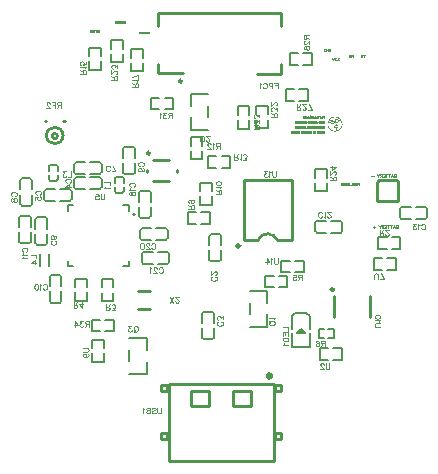
<source format=gbo>
G04 Layer: BottomSilkscreenLayer*
G04 EasyEDA v6.4.31, 2022-02-15 11:42:09*
G04 cf861d6554b0406c859822548a314204,c17a8ced473b4d519dda31697e0e54b6,10*
G04 Gerber Generator version 0.2*
G04 Scale: 100 percent, Rotated: No, Reflected: No *
G04 Dimensions in inches *
G04 leading zeros omitted , absolute positions ,3 integer and 6 decimal *
%FSLAX36Y36*%
%MOIN*%

%ADD11C,0.0100*%
%ADD20C,0.0104*%
%ADD72C,0.0060*%
%ADD73C,0.0059*%
%ADD74C,0.0050*%
%ADD75C,0.0039*%
%ADD77C,0.0010*%
%ADD78C,0.0040*%
%ADD79C,0.0020*%
%ADD80C,0.0005*%
%ADD81C,0.0030*%

%LPD*%
G36*
X944720Y332060D02*
G01*
X941400Y331700D01*
X938420Y331000D01*
X936440Y330260D01*
X934520Y329340D01*
X932680Y328240D01*
X930939Y327000D01*
X929320Y325620D01*
X927800Y324099D01*
X926420Y322460D01*
X925180Y320720D01*
X924080Y318880D01*
X923139Y316960D01*
X922380Y314960D01*
X921736Y312480D01*
X933700Y312480D01*
X933780Y314300D01*
X934620Y315960D01*
X936120Y317120D01*
X937420Y317480D01*
X938720Y317460D01*
X939960Y317020D01*
X941040Y316220D01*
X942220Y314040D01*
X942000Y311760D01*
X940560Y309920D01*
X938120Y309100D01*
X937039Y309140D01*
X936080Y309440D01*
X935240Y309980D01*
X934440Y310820D01*
X933700Y312480D01*
X921736Y312480D01*
X921440Y310420D01*
X921311Y306980D01*
X924160Y306980D01*
X924200Y309600D01*
X924320Y311060D01*
X924479Y311660D01*
X930980Y311660D01*
X931120Y311020D01*
X931440Y310180D01*
X932020Y309260D01*
X932780Y308380D01*
X933620Y307640D01*
X935960Y306440D01*
X938379Y306160D01*
X940759Y306780D01*
X942960Y308280D01*
X943920Y309340D01*
X944580Y310480D01*
X944940Y311760D01*
X945060Y313280D01*
X944960Y314720D01*
X944640Y315920D01*
X944040Y317020D01*
X943120Y318160D01*
X940440Y319920D01*
X937320Y320319D01*
X934340Y319420D01*
X932000Y317240D01*
X931420Y316280D01*
X931100Y315520D01*
X930960Y314920D01*
X926180Y314960D01*
X925340Y315040D01*
X926140Y316720D01*
X927340Y318840D01*
X928780Y320820D01*
X930380Y322640D01*
X932140Y324280D01*
X934060Y325700D01*
X936100Y326920D01*
X938259Y327920D01*
X940500Y328640D01*
X942640Y329020D01*
X945380Y329200D01*
X948139Y329200D01*
X950400Y328960D01*
X953760Y328080D01*
X956880Y326680D01*
X959740Y324799D01*
X962360Y322420D01*
X963880Y320800D01*
X964360Y320000D01*
X963780Y319740D01*
X959659Y319700D01*
X959400Y320600D01*
X958620Y322220D01*
X957500Y323540D01*
X956120Y324520D01*
X954520Y325140D01*
X952840Y325379D01*
X951120Y325200D01*
X949440Y324620D01*
X947920Y323600D01*
X946180Y321260D01*
X945560Y318520D01*
X945599Y318300D01*
X948560Y318300D01*
X948640Y319480D01*
X948960Y320420D01*
X949500Y321200D01*
X950360Y321900D01*
X951260Y322299D01*
X952340Y322500D01*
X953439Y322440D01*
X954440Y322140D01*
X955819Y321140D01*
X956660Y319760D01*
X956919Y318180D01*
X956540Y316540D01*
X955060Y314800D01*
X953000Y314100D01*
X950840Y314480D01*
X949080Y315980D01*
X948820Y316420D01*
X948660Y316900D01*
X948560Y318300D01*
X945599Y318300D01*
X946060Y315740D01*
X947660Y313280D01*
X948840Y312300D01*
X950080Y311640D01*
X951460Y311320D01*
X953020Y311280D01*
X955060Y311640D01*
X956760Y312460D01*
X958139Y313760D01*
X959160Y315500D01*
X959659Y316660D01*
X966480Y316660D01*
X967620Y313560D01*
X968060Y311620D01*
X968300Y309480D01*
X968340Y305080D01*
X968080Y302620D01*
X967780Y301420D01*
X967000Y299060D01*
X965939Y296800D01*
X964640Y294640D01*
X963120Y292660D01*
X961400Y290860D01*
X959520Y289260D01*
X957500Y287920D01*
X954700Y286600D01*
X952580Y285920D01*
X952580Y292220D01*
X953560Y292600D01*
X954599Y293160D01*
X955660Y294000D01*
X956620Y295020D01*
X957340Y296060D01*
X957820Y297340D01*
X957920Y299240D01*
X957840Y300860D01*
X957520Y302140D01*
X956900Y303240D01*
X955920Y304340D01*
X954820Y305300D01*
X953720Y305900D01*
X952500Y306220D01*
X950960Y306320D01*
X949160Y306220D01*
X947960Y305820D01*
X946880Y305140D01*
X945860Y304240D01*
X945000Y303220D01*
X944360Y302120D01*
X943920Y300780D01*
X943803Y299720D01*
X946660Y299720D01*
X947440Y301720D01*
X949260Y303240D01*
X950480Y303580D01*
X951840Y303460D01*
X953120Y302960D01*
X954160Y302120D01*
X955040Y300380D01*
X955100Y298480D01*
X954400Y296760D01*
X952980Y295520D01*
X951860Y295180D01*
X950600Y295120D01*
X949360Y295340D01*
X948360Y295840D01*
X946960Y297620D01*
X946660Y299720D01*
X943803Y299720D01*
X943760Y299320D01*
X943860Y297860D01*
X944240Y296580D01*
X944940Y295420D01*
X945920Y294280D01*
X947020Y293320D01*
X948139Y292680D01*
X949320Y292200D01*
X949320Y285120D01*
X948080Y284980D01*
X945800Y284880D01*
X943240Y285140D01*
X940540Y285720D01*
X937860Y286600D01*
X935560Y287660D01*
X933420Y289000D01*
X931420Y290580D01*
X929620Y292400D01*
X928020Y294420D01*
X926660Y296580D01*
X925560Y298900D01*
X924760Y301320D01*
X924280Y303720D01*
X924160Y306980D01*
X921311Y306980D01*
X921380Y304360D01*
X921700Y301860D01*
X922200Y299900D01*
X922840Y298020D01*
X923620Y296200D01*
X924560Y294460D01*
X925620Y292800D01*
X926840Y291220D01*
X928180Y289720D01*
X929659Y288300D01*
X931380Y286940D01*
X933180Y285720D01*
X935080Y284680D01*
X937080Y283820D01*
X939120Y283120D01*
X941220Y282600D01*
X943360Y282260D01*
X945520Y282120D01*
X947700Y282140D01*
X949860Y282360D01*
X952020Y282760D01*
X954140Y283380D01*
X956860Y284420D01*
X959260Y285680D01*
X961520Y287240D01*
X963780Y289220D01*
X965340Y290860D01*
X966740Y292620D01*
X967940Y294480D01*
X968980Y296420D01*
X969820Y298460D01*
X970480Y300580D01*
X970939Y302760D01*
X971220Y305000D01*
X971300Y307300D01*
X971180Y309620D01*
X970860Y311980D01*
X970340Y314380D01*
X969740Y316200D01*
X968880Y318080D01*
X967800Y319980D01*
X966540Y321820D01*
X965140Y323579D01*
X963600Y325220D01*
X962000Y326659D01*
X960380Y327860D01*
X957980Y329300D01*
X955819Y330360D01*
X953660Y331120D01*
X951280Y331680D01*
X948120Y332060D01*
G37*
D78*
X394599Y-287982D02*
G01*
X407326Y-268890D01*
X407326Y-287982D02*
G01*
X394599Y-268890D01*
X414235Y-283436D02*
G01*
X414235Y-284344D01*
X415144Y-286163D01*
X416054Y-287073D01*
X417872Y-287982D01*
X421508Y-287982D01*
X423326Y-287073D01*
X424235Y-286163D01*
X425144Y-284344D01*
X425144Y-282527D01*
X424235Y-280709D01*
X422417Y-277982D01*
X413326Y-268890D01*
X426054Y-268890D01*
X283944Y-365417D02*
G01*
X285763Y-366327D01*
X287581Y-368144D01*
X288490Y-369963D01*
X289399Y-372690D01*
X289399Y-377235D01*
X288490Y-379963D01*
X287581Y-381781D01*
X285763Y-383600D01*
X283944Y-384508D01*
X280308Y-384508D01*
X278490Y-383600D01*
X276672Y-381781D01*
X275763Y-379963D01*
X274854Y-377235D01*
X274854Y-372690D01*
X275763Y-369963D01*
X276672Y-368144D01*
X278490Y-366327D01*
X280308Y-365417D01*
X283944Y-365417D01*
X281217Y-380873D02*
G01*
X275763Y-386327D01*
X267035Y-365417D02*
G01*
X257035Y-365417D01*
X262491Y-372690D01*
X259763Y-372690D01*
X257944Y-373600D01*
X257035Y-374508D01*
X256126Y-377235D01*
X256126Y-379054D01*
X257035Y-381781D01*
X258854Y-383600D01*
X261581Y-384508D01*
X264308Y-384508D01*
X267035Y-383600D01*
X267944Y-382690D01*
X268854Y-380873D01*
D77*
X1042454Y538072D02*
G01*
X1042454Y530435D01*
X1045000Y538072D02*
G01*
X1039908Y538072D01*
X1037509Y538072D02*
G01*
X1032417Y530435D01*
X1032417Y538072D02*
G01*
X1037509Y530435D01*
X1005000Y538072D02*
G01*
X1005000Y530435D01*
X1005000Y538072D02*
G01*
X1001726Y538072D01*
X1000635Y537708D01*
X1000272Y537345D01*
X999908Y536617D01*
X999908Y535891D01*
X1000272Y535163D01*
X1000635Y534800D01*
X1001726Y534436D01*
X1005000Y534436D01*
X1002454Y534436D02*
G01*
X999908Y530435D01*
X997509Y538072D02*
G01*
X992417Y530435D01*
X992417Y538072D02*
G01*
X997509Y530435D01*
X959272Y528072D02*
G01*
X955272Y528072D01*
X957454Y525163D01*
X956363Y525163D01*
X955635Y524800D01*
X955272Y524436D01*
X954908Y523344D01*
X954908Y522618D01*
X955272Y521527D01*
X955999Y520799D01*
X957090Y520435D01*
X958181Y520435D01*
X959272Y520799D01*
X959635Y521163D01*
X960000Y521891D01*
X952144Y522255D02*
G01*
X952509Y521891D01*
X952144Y521527D01*
X951781Y521891D01*
X952144Y522255D01*
X948654Y528072D02*
G01*
X944654Y528072D01*
X946835Y525163D01*
X945744Y525163D01*
X945018Y524800D01*
X944654Y524436D01*
X944290Y523344D01*
X944290Y522618D01*
X944654Y521527D01*
X945381Y520799D01*
X946472Y520435D01*
X947563Y520435D01*
X948654Y520799D01*
X949017Y521163D01*
X949381Y521891D01*
X941890Y528072D02*
G01*
X938981Y520435D01*
X936072Y528072D02*
G01*
X938981Y520435D01*
X924544Y556255D02*
G01*
X924908Y556981D01*
X925635Y557708D01*
X926363Y558072D01*
X927817Y558072D01*
X928544Y557708D01*
X929272Y556981D01*
X929635Y556255D01*
X930000Y555163D01*
X930000Y553344D01*
X929635Y552255D01*
X929272Y551527D01*
X928544Y550799D01*
X927817Y550435D01*
X926363Y550435D01*
X925635Y550799D01*
X924908Y551527D01*
X924544Y552255D01*
X924544Y553344D01*
X926363Y553344D02*
G01*
X924544Y553344D01*
X922144Y558072D02*
G01*
X922144Y550435D01*
X922144Y558072D02*
G01*
X917054Y550435D01*
X917054Y558072D02*
G01*
X917054Y550435D01*
X914654Y558072D02*
G01*
X914654Y550435D01*
X914654Y558072D02*
G01*
X912108Y558072D01*
X911017Y557708D01*
X910290Y556981D01*
X909926Y556255D01*
X909563Y555163D01*
X909563Y553344D01*
X909926Y552255D01*
X910290Y551527D01*
X911017Y550799D01*
X912108Y550435D01*
X914654Y550435D01*
D79*
X908000Y335381D02*
G01*
X908000Y326790D01*
X908000Y335381D02*
G01*
X904318Y335381D01*
X903091Y334972D01*
X902682Y334564D01*
X902273Y333744D01*
X902273Y332926D01*
X902682Y332109D01*
X903091Y331700D01*
X904318Y331291D01*
X908000Y331291D01*
X905136Y331291D02*
G01*
X902273Y326790D01*
X899573Y330064D02*
G01*
X894664Y330064D01*
X894664Y330882D01*
X895073Y331700D01*
X895482Y332109D01*
X896300Y332518D01*
X897527Y332518D01*
X898345Y332109D01*
X899164Y331291D01*
X899573Y330064D01*
X899573Y329245D01*
X899164Y328018D01*
X898345Y327199D01*
X897527Y326790D01*
X896300Y326790D01*
X895482Y327199D01*
X894664Y328018D01*
X888691Y335381D02*
G01*
X889509Y335381D01*
X890327Y334972D01*
X890736Y333744D01*
X890736Y326790D01*
X891965Y332518D02*
G01*
X889100Y332518D01*
X885991Y335381D02*
G01*
X885991Y326790D01*
X883291Y330064D02*
G01*
X878382Y330064D01*
X878382Y330882D01*
X878791Y331700D01*
X879200Y332109D01*
X880018Y332518D01*
X881245Y332518D01*
X882064Y332109D01*
X882882Y331291D01*
X883291Y330064D01*
X883291Y329245D01*
X882882Y328018D01*
X882064Y327199D01*
X881245Y326790D01*
X880018Y326790D01*
X879200Y327199D01*
X878382Y328018D01*
X870773Y331291D02*
G01*
X871591Y332109D01*
X872409Y332518D01*
X873636Y332518D01*
X874456Y332109D01*
X875273Y331291D01*
X875682Y330064D01*
X875682Y329245D01*
X875273Y328018D01*
X874456Y327199D01*
X873636Y326790D01*
X872409Y326790D01*
X871591Y327199D01*
X870773Y328018D01*
X866845Y335381D02*
G01*
X866845Y328427D01*
X866436Y327199D01*
X865618Y326790D01*
X864800Y326790D01*
X868073Y332518D02*
G01*
X865209Y332518D01*
X862100Y335381D02*
G01*
X861691Y334972D01*
X861282Y335381D01*
X861691Y335790D01*
X862100Y335381D01*
X861691Y332518D02*
G01*
X861691Y326790D01*
X856536Y332518D02*
G01*
X857355Y332109D01*
X858173Y331291D01*
X858582Y330064D01*
X858582Y329245D01*
X858173Y328018D01*
X857355Y327199D01*
X856536Y326790D01*
X855309Y326790D01*
X854491Y327199D01*
X853673Y328018D01*
X853264Y329245D01*
X853264Y330064D01*
X853673Y331291D01*
X854491Y332109D01*
X855309Y332518D01*
X856536Y332518D01*
X850564Y332518D02*
G01*
X850564Y326790D01*
X850564Y330882D02*
G01*
X849336Y332109D01*
X848518Y332518D01*
X847291Y332518D01*
X846473Y332109D01*
X846064Y330882D01*
X846064Y326790D01*
X838864Y331291D02*
G01*
X839273Y332109D01*
X840500Y332518D01*
X841727Y332518D01*
X842955Y332109D01*
X843364Y331291D01*
X842955Y330473D01*
X842136Y330064D01*
X840091Y329654D01*
X839273Y329245D01*
X838864Y328427D01*
X838864Y328018D01*
X839273Y327199D01*
X840500Y326790D01*
X841727Y326790D01*
X842955Y327199D01*
X843364Y328018D01*
D77*
X906618Y298463D02*
G01*
X907073Y298917D01*
X907755Y299144D01*
X908664Y299144D01*
X909345Y298917D01*
X909800Y298463D01*
X909800Y298009D01*
X909573Y297555D01*
X909345Y297327D01*
X908891Y297100D01*
X907527Y296644D01*
X907073Y296417D01*
X906845Y296190D01*
X906618Y295736D01*
X906618Y295055D01*
X907073Y294600D01*
X907755Y294373D01*
X908664Y294373D01*
X909345Y294600D01*
X909800Y295055D01*
X903527Y299144D02*
G01*
X903527Y294373D01*
X905118Y299144D02*
G01*
X901936Y299144D01*
X898618Y299144D02*
G01*
X900436Y294373D01*
X898618Y299144D02*
G01*
X896800Y294373D01*
X899755Y295963D02*
G01*
X897482Y295963D01*
X895300Y299144D02*
G01*
X895300Y294373D01*
X895300Y299144D02*
G01*
X893255Y299144D01*
X892573Y298917D01*
X892345Y298690D01*
X892118Y298236D01*
X892118Y297782D01*
X892345Y297327D01*
X892573Y297100D01*
X893255Y296873D01*
X895300Y296873D01*
X893709Y296873D02*
G01*
X892118Y294373D01*
X890618Y299144D02*
G01*
X890618Y294373D01*
X890618Y294373D02*
G01*
X887891Y294373D01*
X886391Y299144D02*
G01*
X886391Y294373D01*
X884891Y299144D02*
G01*
X884891Y294373D01*
X884891Y299144D02*
G01*
X881709Y294373D01*
X881709Y299144D02*
G01*
X881709Y294373D01*
X876800Y298009D02*
G01*
X877027Y298463D01*
X877482Y298917D01*
X877936Y299144D01*
X878845Y299144D01*
X879300Y298917D01*
X879755Y298463D01*
X879982Y298009D01*
X880209Y297327D01*
X880209Y296190D01*
X879982Y295509D01*
X879755Y295055D01*
X879300Y294600D01*
X878845Y294373D01*
X877936Y294373D01*
X877482Y294600D01*
X877027Y295055D01*
X876800Y295509D01*
X876800Y296190D01*
X877936Y296190D02*
G01*
X876800Y296190D01*
X875300Y299144D02*
G01*
X874164Y294373D01*
X873027Y299144D02*
G01*
X874164Y294373D01*
X873027Y299144D02*
G01*
X871891Y294373D01*
X870755Y299144D02*
G01*
X871891Y294373D01*
X867436Y299144D02*
G01*
X869255Y294373D01*
X867436Y299144D02*
G01*
X865618Y294373D01*
X868573Y295963D02*
G01*
X866300Y295963D01*
X862527Y299144D02*
G01*
X862527Y294373D01*
X864118Y299144D02*
G01*
X860936Y299144D01*
X856027Y298009D02*
G01*
X856255Y298463D01*
X856709Y298917D01*
X857164Y299144D01*
X858073Y299144D01*
X858527Y298917D01*
X858982Y298463D01*
X859209Y298009D01*
X859436Y297327D01*
X859436Y296190D01*
X859209Y295509D01*
X858982Y295055D01*
X858527Y294600D01*
X858073Y294373D01*
X857164Y294373D01*
X856709Y294600D01*
X856255Y295055D01*
X856027Y295509D01*
X854527Y299144D02*
G01*
X854527Y294373D01*
X851345Y299144D02*
G01*
X851345Y294373D01*
X854527Y296873D02*
G01*
X851345Y296873D01*
X849618Y295509D02*
G01*
X849845Y295282D01*
X849618Y295055D01*
X849391Y295282D01*
X849618Y295509D01*
X844483Y298009D02*
G01*
X844709Y298463D01*
X845164Y298917D01*
X845618Y299144D01*
X846527Y299144D01*
X846983Y298917D01*
X847436Y298463D01*
X847664Y298009D01*
X847891Y297327D01*
X847891Y296190D01*
X847664Y295509D01*
X847436Y295055D01*
X846983Y294600D01*
X846527Y294373D01*
X845618Y294373D01*
X845164Y294600D01*
X844709Y295055D01*
X844483Y295509D01*
X841618Y299144D02*
G01*
X842073Y298917D01*
X842527Y298463D01*
X842755Y298009D01*
X842982Y297327D01*
X842982Y296190D01*
X842755Y295509D01*
X842527Y295055D01*
X842073Y294600D01*
X841618Y294373D01*
X840709Y294373D01*
X840255Y294600D01*
X839800Y295055D01*
X839573Y295509D01*
X839345Y296190D01*
X839345Y297327D01*
X839573Y298009D01*
X839800Y298463D01*
X840255Y298917D01*
X840709Y299144D01*
X841618Y299144D01*
X837845Y299144D02*
G01*
X837845Y294373D01*
X837845Y299144D02*
G01*
X836027Y294373D01*
X834209Y299144D02*
G01*
X836027Y294373D01*
X834209Y299144D02*
G01*
X834209Y294373D01*
X828982Y298009D02*
G01*
X828982Y298236D01*
X828755Y298690D01*
X828527Y298917D01*
X828073Y299144D01*
X827164Y299144D01*
X826709Y298917D01*
X826482Y298690D01*
X826255Y298236D01*
X826255Y297782D01*
X826482Y297327D01*
X826936Y296644D01*
X829209Y294373D01*
X826027Y294373D01*
X823164Y299144D02*
G01*
X823845Y298917D01*
X824300Y298236D01*
X824527Y297100D01*
X824527Y296417D01*
X824300Y295282D01*
X823845Y294600D01*
X823164Y294373D01*
X822709Y294373D01*
X822027Y294600D01*
X821573Y295282D01*
X821345Y296417D01*
X821345Y297100D01*
X821573Y298236D01*
X822027Y298917D01*
X822709Y299144D01*
X823164Y299144D01*
X819618Y298009D02*
G01*
X819618Y298236D01*
X819391Y298690D01*
X819164Y298917D01*
X818709Y299144D01*
X817800Y299144D01*
X817345Y298917D01*
X817118Y298690D01*
X816891Y298236D01*
X816891Y297782D01*
X817118Y297327D01*
X817573Y296644D01*
X819845Y294373D01*
X816664Y294373D01*
X814936Y298009D02*
G01*
X814936Y298236D01*
X814709Y298690D01*
X814483Y298917D01*
X814027Y299144D01*
X813118Y299144D01*
X812664Y298917D01*
X812436Y298690D01*
X812209Y298236D01*
X812209Y297782D01*
X812436Y297327D01*
X812891Y296644D01*
X815164Y294373D01*
X811983Y294373D01*
X907936Y315844D02*
G01*
X908391Y315617D01*
X908845Y315163D01*
X909073Y314708D01*
X909300Y314027D01*
X909300Y312890D01*
X909073Y312208D01*
X908845Y311754D01*
X908391Y311300D01*
X907936Y311073D01*
X907027Y311073D01*
X906573Y311300D01*
X906118Y311754D01*
X905891Y312208D01*
X905664Y312890D01*
X905664Y314027D01*
X905891Y314708D01*
X906118Y315163D01*
X906573Y315617D01*
X907027Y315844D01*
X907936Y315844D01*
X904164Y315844D02*
G01*
X904164Y311073D01*
X904164Y315844D02*
G01*
X902118Y315844D01*
X901436Y315617D01*
X901209Y315390D01*
X900982Y314935D01*
X900982Y314254D01*
X901209Y313800D01*
X901436Y313573D01*
X902118Y313344D01*
X904164Y313344D01*
X899483Y315844D02*
G01*
X899483Y311073D01*
X899483Y315844D02*
G01*
X896527Y315844D01*
X899483Y313573D02*
G01*
X897664Y313573D01*
X899483Y311073D02*
G01*
X896527Y311073D01*
X895027Y315844D02*
G01*
X895027Y311073D01*
X895027Y315844D02*
G01*
X891845Y311073D01*
X891845Y315844D02*
G01*
X891845Y311073D01*
X890345Y313117D02*
G01*
X886255Y313117D01*
X881573Y315163D02*
G01*
X882027Y315617D01*
X882709Y315844D01*
X883618Y315844D01*
X884300Y315617D01*
X884755Y315163D01*
X884755Y314708D01*
X884527Y314254D01*
X884300Y314027D01*
X883845Y313800D01*
X882482Y313344D01*
X882027Y313117D01*
X881800Y312890D01*
X881573Y312435D01*
X881573Y311754D01*
X882027Y311300D01*
X882709Y311073D01*
X883618Y311073D01*
X884300Y311300D01*
X884755Y311754D01*
X878709Y315844D02*
G01*
X879164Y315617D01*
X879618Y315163D01*
X879845Y314708D01*
X880073Y314027D01*
X880073Y312890D01*
X879845Y312208D01*
X879618Y311754D01*
X879164Y311300D01*
X878709Y311073D01*
X877800Y311073D01*
X877345Y311300D01*
X876891Y311754D01*
X876664Y312208D01*
X876436Y312890D01*
X876436Y314027D01*
X876664Y314708D01*
X876891Y315163D01*
X877345Y315617D01*
X877800Y315844D01*
X878709Y315844D01*
X874936Y315844D02*
G01*
X874936Y312435D01*
X874709Y311754D01*
X874255Y311300D01*
X873573Y311073D01*
X873118Y311073D01*
X872436Y311300D01*
X871983Y311754D01*
X871755Y312435D01*
X871755Y315844D01*
X870255Y315844D02*
G01*
X870255Y311073D01*
X870255Y315844D02*
G01*
X868209Y315844D01*
X867527Y315617D01*
X867300Y315390D01*
X867073Y314935D01*
X867073Y314481D01*
X867300Y314027D01*
X867527Y313800D01*
X868209Y313573D01*
X870255Y313573D01*
X868664Y313573D02*
G01*
X867073Y311073D01*
X862164Y314708D02*
G01*
X862391Y315163D01*
X862845Y315617D01*
X863300Y315844D01*
X864209Y315844D01*
X864664Y315617D01*
X865118Y315163D01*
X865345Y314708D01*
X865573Y314027D01*
X865573Y312890D01*
X865345Y312208D01*
X865118Y311754D01*
X864664Y311300D01*
X864209Y311073D01*
X863300Y311073D01*
X862845Y311300D01*
X862391Y311754D01*
X862164Y312208D01*
X860664Y315844D02*
G01*
X860664Y311073D01*
X860664Y315844D02*
G01*
X857709Y315844D01*
X860664Y313573D02*
G01*
X858845Y313573D01*
X860664Y311073D02*
G01*
X857709Y311073D01*
X856209Y313117D02*
G01*
X852118Y313117D01*
X850618Y315844D02*
G01*
X850618Y311073D01*
X847436Y315844D02*
G01*
X847436Y311073D01*
X850618Y313573D02*
G01*
X847436Y313573D01*
X844118Y315844D02*
G01*
X845936Y311073D01*
X844118Y315844D02*
G01*
X842300Y311073D01*
X845255Y312663D02*
G01*
X842982Y312663D01*
X840800Y315844D02*
G01*
X840800Y311073D01*
X840800Y315844D02*
G01*
X838755Y315844D01*
X838073Y315617D01*
X837845Y315390D01*
X837618Y314935D01*
X837618Y314481D01*
X837845Y314027D01*
X838073Y313800D01*
X838755Y313573D01*
X840800Y313573D01*
X839209Y313573D02*
G01*
X837618Y311073D01*
X836118Y315844D02*
G01*
X836118Y311073D01*
X836118Y315844D02*
G01*
X834527Y315844D01*
X833845Y315617D01*
X833391Y315163D01*
X833164Y314708D01*
X832936Y314027D01*
X832936Y312890D01*
X833164Y312208D01*
X833391Y311754D01*
X833845Y311300D01*
X834527Y311073D01*
X836118Y311073D01*
X831436Y315844D02*
G01*
X830300Y311073D01*
X829164Y315844D02*
G01*
X830300Y311073D01*
X829164Y315844D02*
G01*
X828027Y311073D01*
X826891Y315844D02*
G01*
X828027Y311073D01*
X823573Y315844D02*
G01*
X825391Y311073D01*
X823573Y315844D02*
G01*
X821755Y311073D01*
X824709Y312663D02*
G01*
X822436Y312663D01*
X820255Y315844D02*
G01*
X820255Y311073D01*
X820255Y315844D02*
G01*
X818209Y315844D01*
X817527Y315617D01*
X817300Y315390D01*
X817073Y314935D01*
X817073Y314481D01*
X817300Y314027D01*
X817527Y313800D01*
X818209Y313573D01*
X820255Y313573D01*
X818664Y313573D02*
G01*
X817073Y311073D01*
X815573Y315844D02*
G01*
X815573Y311073D01*
X815573Y315844D02*
G01*
X812618Y315844D01*
X815573Y313573D02*
G01*
X813755Y313573D01*
X815573Y311073D02*
G01*
X812618Y311073D01*
X909000Y282645D02*
G01*
X909000Y277872D01*
X909000Y282645D02*
G01*
X907409Y282645D01*
X906727Y282417D01*
X906273Y281963D01*
X906045Y281509D01*
X905818Y280826D01*
X905818Y279690D01*
X906045Y279009D01*
X906273Y278555D01*
X906727Y278099D01*
X907409Y277872D01*
X909000Y277872D01*
X904318Y282645D02*
G01*
X904318Y277872D01*
X904318Y282645D02*
G01*
X901364Y282645D01*
X904318Y280372D02*
G01*
X902500Y280372D01*
X904318Y277872D02*
G01*
X901364Y277872D01*
X896682Y281963D02*
G01*
X897136Y282417D01*
X897818Y282645D01*
X898727Y282645D01*
X899409Y282417D01*
X899864Y281963D01*
X899864Y281509D01*
X899636Y281055D01*
X899409Y280826D01*
X898955Y280599D01*
X897591Y280145D01*
X897136Y279917D01*
X896909Y279690D01*
X896682Y279236D01*
X896682Y278555D01*
X897136Y278099D01*
X897818Y277872D01*
X898727Y277872D01*
X899409Y278099D01*
X899864Y278555D01*
X895182Y282645D02*
G01*
X895182Y277872D01*
X890273Y281509D02*
G01*
X890500Y281963D01*
X890955Y282417D01*
X891409Y282645D01*
X892318Y282645D01*
X892773Y282417D01*
X893227Y281963D01*
X893455Y281509D01*
X893682Y280826D01*
X893682Y279690D01*
X893455Y279009D01*
X893227Y278555D01*
X892773Y278099D01*
X892318Y277872D01*
X891409Y277872D01*
X890955Y278099D01*
X890500Y278555D01*
X890273Y279009D01*
X890273Y279690D01*
X891409Y279690D02*
G01*
X890273Y279690D01*
X888773Y282645D02*
G01*
X888773Y277872D01*
X888773Y282645D02*
G01*
X885591Y277872D01*
X885591Y282645D02*
G01*
X885591Y277872D01*
X880591Y282645D02*
G01*
X880591Y277872D01*
X880591Y282645D02*
G01*
X878545Y282645D01*
X877864Y282417D01*
X877636Y282190D01*
X877409Y281736D01*
X877409Y281282D01*
X877636Y280826D01*
X877864Y280599D01*
X878545Y280372D01*
X880591Y280372D02*
G01*
X878545Y280372D01*
X877864Y280145D01*
X877636Y279917D01*
X877409Y279463D01*
X877409Y278782D01*
X877636Y278326D01*
X877864Y278099D01*
X878545Y277872D01*
X880591Y277872D01*
X875909Y282645D02*
G01*
X874091Y280372D01*
X874091Y277872D01*
X872273Y282645D02*
G01*
X874091Y280372D01*
X865455Y282645D02*
G01*
X867273Y277872D01*
X865455Y282645D02*
G01*
X863636Y277872D01*
X866591Y279463D02*
G01*
X864318Y279463D01*
X862136Y282645D02*
G01*
X860318Y277872D01*
X858500Y282645D02*
G01*
X860318Y277872D01*
X857000Y282645D02*
G01*
X857000Y277872D01*
X855500Y282645D02*
G01*
X855500Y277872D01*
X855500Y282645D02*
G01*
X852318Y277872D01*
X852318Y282645D02*
G01*
X852318Y277872D01*
X849000Y282645D02*
G01*
X850818Y277872D01*
X849000Y282645D02*
G01*
X847182Y277872D01*
X850136Y279463D02*
G01*
X847864Y279463D01*
X845682Y282645D02*
G01*
X845682Y277872D01*
X845682Y282645D02*
G01*
X844091Y282645D01*
X843409Y282417D01*
X842955Y281963D01*
X842727Y281509D01*
X842500Y280826D01*
X842500Y279690D01*
X842727Y279009D01*
X842955Y278555D01*
X843409Y278099D01*
X844091Y277872D01*
X845682Y277872D01*
X839182Y282645D02*
G01*
X841000Y277872D01*
X839182Y282645D02*
G01*
X837364Y277872D01*
X840318Y279463D02*
G01*
X838045Y279463D01*
X835864Y282645D02*
G01*
X835864Y277872D01*
X835864Y282645D02*
G01*
X834273Y282645D01*
X833591Y282417D01*
X833136Y281963D01*
X832909Y281509D01*
X832682Y280826D01*
X832682Y279690D01*
X832909Y279009D01*
X833136Y278555D01*
X833591Y278099D01*
X834273Y277872D01*
X835864Y277872D01*
X827682Y282645D02*
G01*
X827682Y277872D01*
X827682Y282645D02*
G01*
X825864Y277872D01*
X824045Y282645D02*
G01*
X825864Y277872D01*
X824045Y282645D02*
G01*
X824045Y277872D01*
X822545Y282645D02*
G01*
X822545Y277872D01*
X822545Y282645D02*
G01*
X819591Y282645D01*
X822545Y280372D02*
G01*
X820727Y280372D01*
X822545Y277872D02*
G01*
X819591Y277872D01*
X818091Y282645D02*
G01*
X818091Y277872D01*
X818091Y282645D02*
G01*
X814909Y277872D01*
X814909Y282645D02*
G01*
X814909Y277872D01*
X813409Y282645D02*
G01*
X813409Y277872D01*
X813409Y282645D02*
G01*
X811818Y282645D01*
X811136Y282417D01*
X810682Y281963D01*
X810455Y281509D01*
X810227Y280826D01*
X810227Y279690D01*
X810455Y279009D01*
X810682Y278555D01*
X811136Y278099D01*
X811818Y277872D01*
X813409Y277872D01*
X808727Y282645D02*
G01*
X808727Y277872D01*
X808727Y282645D02*
G01*
X805773Y282645D01*
X808727Y280372D02*
G01*
X806909Y280372D01*
X808727Y277872D02*
G01*
X805773Y277872D01*
X801091Y282645D02*
G01*
X804273Y277872D01*
X804273Y282645D02*
G01*
X801091Y282645D01*
X804273Y277872D02*
G01*
X801091Y277872D01*
D80*
X160000Y620045D02*
G01*
X160000Y615273D01*
X160000Y620045D02*
G01*
X157954Y620045D01*
X157272Y619818D01*
X157044Y619591D01*
X156817Y619135D01*
X156817Y618681D01*
X157044Y618227D01*
X157272Y618000D01*
X157954Y617773D01*
X160000Y617773D02*
G01*
X157954Y617773D01*
X157272Y617545D01*
X157044Y617318D01*
X156817Y616864D01*
X156817Y616181D01*
X157044Y615727D01*
X157272Y615500D01*
X157954Y615273D01*
X160000Y615273D01*
X155317Y620045D02*
G01*
X155317Y616635D01*
X155090Y615954D01*
X154635Y615500D01*
X153954Y615273D01*
X153499Y615273D01*
X152817Y615500D01*
X152363Y615954D01*
X152135Y616635D01*
X152135Y620045D01*
X149044Y620045D02*
G01*
X149044Y615273D01*
X150635Y620045D02*
G01*
X147454Y620045D01*
X144363Y620045D02*
G01*
X144363Y615273D01*
X145954Y620045D02*
G01*
X142772Y620045D01*
X139908Y620045D02*
G01*
X140363Y619818D01*
X140817Y619364D01*
X141044Y618908D01*
X141272Y618227D01*
X141272Y617091D01*
X141044Y616408D01*
X140817Y615954D01*
X140363Y615500D01*
X139908Y615273D01*
X138999Y615273D01*
X138544Y615500D01*
X138090Y615954D01*
X137863Y616408D01*
X137635Y617091D01*
X137635Y618227D01*
X137863Y618908D01*
X138090Y619364D01*
X138544Y619818D01*
X138999Y620045D01*
X139908Y620045D01*
X136135Y620045D02*
G01*
X136135Y615273D01*
X136135Y620045D02*
G01*
X132954Y615273D01*
X132954Y620045D02*
G01*
X132954Y615273D01*
X131454Y619135D02*
G01*
X130999Y619364D01*
X130317Y620045D01*
X130317Y615273D01*
X245000Y650045D02*
G01*
X245000Y645273D01*
X245000Y650045D02*
G01*
X242954Y650045D01*
X242272Y649818D01*
X242044Y649591D01*
X241817Y649135D01*
X241817Y648681D01*
X242044Y648227D01*
X242272Y648000D01*
X242954Y647773D01*
X245000Y647773D02*
G01*
X242954Y647773D01*
X242272Y647545D01*
X242044Y647318D01*
X241817Y646864D01*
X241817Y646181D01*
X242044Y645727D01*
X242272Y645500D01*
X242954Y645273D01*
X245000Y645273D01*
X240317Y650045D02*
G01*
X240317Y646635D01*
X240090Y645954D01*
X239635Y645500D01*
X238954Y645273D01*
X238499Y645273D01*
X237817Y645500D01*
X237363Y645954D01*
X237135Y646635D01*
X237135Y650045D01*
X234044Y650045D02*
G01*
X234044Y645273D01*
X235635Y650045D02*
G01*
X232454Y650045D01*
X229363Y650045D02*
G01*
X229363Y645273D01*
X230954Y650045D02*
G01*
X227772Y650045D01*
X224908Y650045D02*
G01*
X225363Y649818D01*
X225817Y649364D01*
X226044Y648908D01*
X226272Y648227D01*
X226272Y647091D01*
X226044Y646408D01*
X225817Y645954D01*
X225363Y645500D01*
X224908Y645273D01*
X223999Y645273D01*
X223544Y645500D01*
X223090Y645954D01*
X222863Y646408D01*
X222635Y647091D01*
X222635Y648227D01*
X222863Y648908D01*
X223090Y649364D01*
X223544Y649818D01*
X223999Y650045D01*
X224908Y650045D01*
X221135Y650045D02*
G01*
X221135Y645273D01*
X221135Y650045D02*
G01*
X217954Y645273D01*
X217954Y650045D02*
G01*
X217954Y645273D01*
X216226Y648908D02*
G01*
X216226Y649135D01*
X215999Y649591D01*
X215772Y649818D01*
X215317Y650045D01*
X214408Y650045D01*
X213954Y649818D01*
X213726Y649591D01*
X213499Y649135D01*
X213499Y648681D01*
X213726Y648227D01*
X214181Y647545D01*
X216454Y645273D01*
X213272Y645273D01*
X325000Y615045D02*
G01*
X325000Y610273D01*
X325000Y615045D02*
G01*
X322954Y615045D01*
X322272Y614818D01*
X322044Y614591D01*
X321817Y614135D01*
X321817Y613681D01*
X322044Y613227D01*
X322272Y613000D01*
X322954Y612773D01*
X325000Y612773D02*
G01*
X322954Y612773D01*
X322272Y612545D01*
X322044Y612318D01*
X321817Y611864D01*
X321817Y611181D01*
X322044Y610727D01*
X322272Y610500D01*
X322954Y610273D01*
X325000Y610273D01*
X320317Y615045D02*
G01*
X320317Y611635D01*
X320090Y610954D01*
X319635Y610500D01*
X318954Y610273D01*
X318499Y610273D01*
X317817Y610500D01*
X317363Y610954D01*
X317135Y611635D01*
X317135Y615045D01*
X314044Y615045D02*
G01*
X314044Y610273D01*
X315635Y615045D02*
G01*
X312454Y615045D01*
X309363Y615045D02*
G01*
X309363Y610273D01*
X310954Y615045D02*
G01*
X307772Y615045D01*
X304908Y615045D02*
G01*
X305363Y614818D01*
X305817Y614364D01*
X306044Y613908D01*
X306272Y613227D01*
X306272Y612091D01*
X306044Y611408D01*
X305817Y610954D01*
X305363Y610500D01*
X304908Y610273D01*
X303999Y610273D01*
X303544Y610500D01*
X303090Y610954D01*
X302863Y611408D01*
X302635Y612091D01*
X302635Y613227D01*
X302863Y613908D01*
X303090Y614364D01*
X303544Y614818D01*
X303999Y615045D01*
X304908Y615045D01*
X301135Y615045D02*
G01*
X301135Y610273D01*
X301135Y615045D02*
G01*
X297954Y610273D01*
X297954Y615045D02*
G01*
X297954Y610273D01*
X295999Y615045D02*
G01*
X293499Y615045D01*
X294863Y613227D01*
X294181Y613227D01*
X293726Y613000D01*
X293499Y612773D01*
X293272Y612091D01*
X293272Y611635D01*
X293499Y610954D01*
X293954Y610500D01*
X294635Y610273D01*
X295317Y610273D01*
X295999Y610500D01*
X296226Y610727D01*
X296454Y611181D01*
D77*
X1150000Y140091D02*
G01*
X1150000Y130545D01*
X1150000Y140091D02*
G01*
X1145908Y140091D01*
X1144544Y139636D01*
X1144090Y139182D01*
X1143635Y138272D01*
X1143635Y137363D01*
X1144090Y136455D01*
X1144544Y135999D01*
X1145908Y135545D01*
X1150000Y135545D02*
G01*
X1145908Y135545D01*
X1144544Y135091D01*
X1144090Y134636D01*
X1143635Y133726D01*
X1143635Y132363D01*
X1144090Y131455D01*
X1144544Y130999D01*
X1145908Y130545D01*
X1150000Y130545D01*
X1136999Y140091D02*
G01*
X1140635Y130545D01*
X1136999Y140091D02*
G01*
X1133363Y130545D01*
X1139272Y133726D02*
G01*
X1134726Y133726D01*
X1127181Y140091D02*
G01*
X1127181Y130545D01*
X1130363Y140091D02*
G01*
X1123999Y140091D01*
X1117817Y140091D02*
G01*
X1117817Y130545D01*
X1120999Y140091D02*
G01*
X1114635Y140091D01*
X1111635Y140091D02*
G01*
X1111635Y130545D01*
X1111635Y140091D02*
G01*
X1105726Y140091D01*
X1111635Y135545D02*
G01*
X1107999Y135545D01*
X1111635Y130545D02*
G01*
X1105726Y130545D01*
X1102726Y140091D02*
G01*
X1102726Y130545D01*
X1102726Y140091D02*
G01*
X1098635Y140091D01*
X1097272Y139636D01*
X1096817Y139182D01*
X1096363Y138272D01*
X1096363Y137363D01*
X1096817Y136455D01*
X1097272Y135999D01*
X1098635Y135545D01*
X1102726Y135545D01*
X1099544Y135545D02*
G01*
X1096363Y130545D01*
X1093363Y140091D02*
G01*
X1089726Y135545D01*
X1089726Y130545D01*
X1086090Y140091D02*
G01*
X1089726Y135545D01*
X1076090Y134636D02*
G01*
X1067908Y134636D01*
X1155000Y-29908D02*
G01*
X1155000Y-39454D01*
X1155000Y-29908D02*
G01*
X1150908Y-29908D01*
X1149544Y-30363D01*
X1149090Y-30817D01*
X1148635Y-31727D01*
X1148635Y-32636D01*
X1149090Y-33544D01*
X1149544Y-34000D01*
X1150908Y-34454D01*
X1155000Y-34454D02*
G01*
X1150908Y-34454D01*
X1149544Y-34908D01*
X1149090Y-35363D01*
X1148635Y-36273D01*
X1148635Y-37636D01*
X1149090Y-38544D01*
X1149544Y-39000D01*
X1150908Y-39454D01*
X1155000Y-39454D01*
X1141999Y-29908D02*
G01*
X1145635Y-39454D01*
X1141999Y-29908D02*
G01*
X1138363Y-39454D01*
X1144272Y-36273D02*
G01*
X1139726Y-36273D01*
X1132181Y-29908D02*
G01*
X1132181Y-39454D01*
X1135363Y-29908D02*
G01*
X1128999Y-29908D01*
X1122817Y-29908D02*
G01*
X1122817Y-39454D01*
X1125999Y-29908D02*
G01*
X1119635Y-29908D01*
X1116635Y-29908D02*
G01*
X1116635Y-39454D01*
X1116635Y-29908D02*
G01*
X1110726Y-29908D01*
X1116635Y-34454D02*
G01*
X1112999Y-34454D01*
X1116635Y-39454D02*
G01*
X1110726Y-39454D01*
X1107726Y-29908D02*
G01*
X1107726Y-39454D01*
X1107726Y-29908D02*
G01*
X1103635Y-29908D01*
X1102272Y-30363D01*
X1101817Y-30817D01*
X1101363Y-31727D01*
X1101363Y-32636D01*
X1101817Y-33544D01*
X1102272Y-34000D01*
X1103635Y-34454D01*
X1107726Y-34454D01*
X1104544Y-34454D02*
G01*
X1101363Y-39454D01*
X1098363Y-29908D02*
G01*
X1094726Y-34454D01*
X1094726Y-39454D01*
X1091090Y-29908D02*
G01*
X1094726Y-34454D01*
X1076999Y-31273D02*
G01*
X1076999Y-39454D01*
X1081090Y-35363D02*
G01*
X1072908Y-35363D01*
X1025000Y110045D02*
G01*
X1025000Y105273D01*
X1025000Y110045D02*
G01*
X1022954Y110045D01*
X1022272Y109818D01*
X1022044Y109591D01*
X1021817Y109135D01*
X1021817Y108454D01*
X1022044Y108000D01*
X1022272Y107773D01*
X1022954Y107545D01*
X1025000Y107545D01*
X1018954Y110045D02*
G01*
X1019408Y109818D01*
X1019863Y109364D01*
X1020090Y108908D01*
X1020317Y108227D01*
X1020317Y107091D01*
X1020090Y106408D01*
X1019863Y105954D01*
X1019408Y105500D01*
X1018954Y105273D01*
X1018044Y105273D01*
X1017590Y105500D01*
X1017135Y105954D01*
X1016908Y106408D01*
X1016681Y107091D01*
X1016681Y108227D01*
X1016908Y108908D01*
X1017135Y109364D01*
X1017590Y109818D01*
X1018044Y110045D01*
X1018954Y110045D01*
X1015181Y110045D02*
G01*
X1014044Y105273D01*
X1012908Y110045D02*
G01*
X1014044Y105273D01*
X1012908Y110045D02*
G01*
X1011772Y105273D01*
X1010635Y110045D02*
G01*
X1011772Y105273D01*
X1009135Y110045D02*
G01*
X1009135Y105273D01*
X1009135Y110045D02*
G01*
X1006181Y110045D01*
X1009135Y107773D02*
G01*
X1007317Y107773D01*
X1009135Y105273D02*
G01*
X1006181Y105273D01*
X1004681Y110045D02*
G01*
X1004681Y105273D01*
X1004681Y110045D02*
G01*
X1002635Y110045D01*
X1001954Y109818D01*
X1001726Y109591D01*
X1001499Y109135D01*
X1001499Y108681D01*
X1001726Y108227D01*
X1001954Y108000D01*
X1002635Y107773D01*
X1004681Y107773D01*
X1003090Y107773D02*
G01*
X1001499Y105273D01*
X1000000Y103681D02*
G01*
X995908Y103681D01*
X994408Y110045D02*
G01*
X994408Y105273D01*
X994408Y110045D02*
G01*
X992363Y110045D01*
X991681Y109818D01*
X991454Y109591D01*
X991226Y109135D01*
X991226Y108681D01*
X991454Y108227D01*
X991681Y108000D01*
X992363Y107773D01*
X994408Y107773D02*
G01*
X992363Y107773D01*
X991681Y107545D01*
X991454Y107318D01*
X991226Y106864D01*
X991226Y106181D01*
X991454Y105727D01*
X991681Y105500D01*
X992363Y105273D01*
X994408Y105273D01*
X989726Y110045D02*
G01*
X989726Y106635D01*
X989499Y105954D01*
X989044Y105500D01*
X988363Y105273D01*
X987908Y105273D01*
X987226Y105500D01*
X986772Y105954D01*
X986544Y106635D01*
X986544Y110045D01*
X983454Y110045D02*
G01*
X983454Y105273D01*
X985045Y110045D02*
G01*
X981863Y110045D01*
X978772Y110045D02*
G01*
X978772Y105273D01*
X980363Y110045D02*
G01*
X977181Y110045D01*
X974317Y110045D02*
G01*
X974772Y109818D01*
X975226Y109364D01*
X975454Y108908D01*
X975681Y108227D01*
X975681Y107091D01*
X975454Y106408D01*
X975226Y105954D01*
X974772Y105500D01*
X974317Y105273D01*
X973408Y105273D01*
X972954Y105500D01*
X972500Y105954D01*
X972272Y106408D01*
X972044Y107091D01*
X972044Y108227D01*
X972272Y108908D01*
X972500Y109364D01*
X972954Y109818D01*
X973408Y110045D01*
X974317Y110045D01*
X970544Y110045D02*
G01*
X970544Y105273D01*
X970544Y110045D02*
G01*
X967363Y105273D01*
X967363Y110045D02*
G01*
X967363Y105273D01*
D75*
X1095000Y-64863D02*
G01*
X1095000Y-46073D01*
X1095000Y-64863D02*
G01*
X1103053Y-64863D01*
X1105736Y-63969D01*
X1106631Y-63074D01*
X1107527Y-61284D01*
X1107527Y-59495D01*
X1106631Y-57705D01*
X1105736Y-56810D01*
X1103053Y-55916D01*
X1095000Y-55916D01*
X1101262Y-55916D02*
G01*
X1107527Y-46073D01*
X1114326Y-60390D02*
G01*
X1114326Y-61284D01*
X1115221Y-63074D01*
X1116116Y-63969D01*
X1117905Y-64863D01*
X1121484Y-64863D01*
X1123274Y-63969D01*
X1124169Y-63074D01*
X1125063Y-61284D01*
X1125063Y-59495D01*
X1124169Y-57705D01*
X1122379Y-55021D01*
X1113431Y-46073D01*
X1125958Y-46073D01*
D81*
X949172Y120000D02*
G01*
X931035Y120000D01*
X949172Y120000D02*
G01*
X949172Y127773D01*
X948308Y130363D01*
X947444Y131226D01*
X945717Y132091D01*
X943990Y132091D01*
X942263Y131226D01*
X941399Y130363D01*
X940535Y127773D01*
X940535Y120000D01*
X940535Y126044D02*
G01*
X931035Y132091D01*
X944854Y138654D02*
G01*
X945717Y138654D01*
X947444Y139517D01*
X948308Y140381D01*
X949172Y142109D01*
X949172Y145563D01*
X948308Y147291D01*
X947444Y148155D01*
X945717Y149018D01*
X943990Y149018D01*
X942263Y148155D01*
X939672Y146426D01*
X931035Y137791D01*
X931035Y149881D01*
X949172Y164218D02*
G01*
X937081Y155581D01*
X937081Y168535D01*
X949172Y164218D02*
G01*
X931035Y164218D01*
D78*
X265153Y98314D02*
G01*
X263334Y99223D01*
X261516Y101041D01*
X260607Y102858D01*
X260607Y106494D01*
X261516Y108314D01*
X263334Y110131D01*
X265153Y111041D01*
X267880Y111950D01*
X272425Y111950D01*
X275153Y111041D01*
X276971Y110131D01*
X278789Y108314D01*
X279698Y106494D01*
X279698Y102858D01*
X278789Y101041D01*
X276971Y99223D01*
X275153Y98314D01*
X264244Y92314D02*
G01*
X263334Y90495D01*
X260607Y87768D01*
X279698Y87768D01*
X260607Y77222D02*
G01*
X261516Y79949D01*
X263334Y80859D01*
X265153Y80859D01*
X266971Y79949D01*
X267880Y78132D01*
X268789Y74495D01*
X269698Y71768D01*
X271516Y69949D01*
X273334Y69041D01*
X276062Y69041D01*
X277880Y69949D01*
X278789Y70859D01*
X279698Y73586D01*
X279698Y77222D01*
X278789Y79949D01*
X277880Y80859D01*
X276062Y81768D01*
X273334Y81768D01*
X271516Y80859D01*
X269698Y79041D01*
X268789Y76314D01*
X267880Y72676D01*
X266971Y70859D01*
X265153Y69949D01*
X263334Y69949D01*
X261516Y70859D01*
X260607Y73586D01*
X260607Y77222D01*
D75*
X500968Y248535D02*
G01*
X499178Y249430D01*
X497389Y251219D01*
X496494Y253009D01*
X495599Y255693D01*
X495599Y260167D01*
X496494Y262851D01*
X497389Y264641D01*
X499178Y266430D01*
X500968Y267325D01*
X504547Y267325D01*
X506336Y266430D01*
X508126Y264641D01*
X509021Y262851D01*
X509915Y260167D01*
X509915Y255693D01*
X509021Y253009D01*
X508126Y251219D01*
X506336Y249430D01*
X504547Y248535D01*
X500968Y248535D01*
X503652Y263746D02*
G01*
X509021Y269115D01*
X516716Y253009D02*
G01*
X516716Y252114D01*
X517610Y250326D01*
X518505Y249430D01*
X520295Y248535D01*
X523874Y248535D01*
X525663Y249430D01*
X526558Y250326D01*
X527453Y252114D01*
X527453Y253904D01*
X526558Y255693D01*
X524769Y258378D01*
X515821Y267325D01*
X528348Y267325D01*
X561663Y243591D02*
G01*
X561663Y224801D01*
X561663Y243591D02*
G01*
X553610Y243591D01*
X550926Y242696D01*
X550031Y241801D01*
X549136Y240012D01*
X549136Y238222D01*
X550031Y236433D01*
X550926Y235538D01*
X553610Y234643D01*
X561663Y234643D01*
X555400Y234643D02*
G01*
X549136Y224801D01*
X543231Y240012D02*
G01*
X541441Y240907D01*
X538757Y243591D01*
X538757Y224801D01*
X531956Y239117D02*
G01*
X531956Y240012D01*
X531062Y241801D01*
X530167Y242696D01*
X528377Y243591D01*
X524798Y243591D01*
X523009Y242696D01*
X522114Y241801D01*
X521219Y240012D01*
X521219Y238222D01*
X522114Y236433D01*
X523904Y233748D01*
X532851Y224801D01*
X520324Y224801D01*
X609927Y187301D02*
G01*
X609927Y206091D01*
X609927Y187301D02*
G01*
X617980Y187301D01*
X620664Y188197D01*
X621559Y189092D01*
X622454Y190880D01*
X622454Y192671D01*
X621559Y194459D01*
X620664Y195354D01*
X617980Y196250D01*
X609927Y196250D01*
X616190Y196250D02*
G01*
X622454Y206091D01*
X628359Y190880D02*
G01*
X630149Y189985D01*
X632833Y187301D01*
X632833Y206091D01*
X640528Y187301D02*
G01*
X650371Y187301D01*
X645002Y194459D01*
X647686Y194459D01*
X649476Y195354D01*
X650371Y196250D01*
X651266Y198933D01*
X651266Y200724D01*
X650371Y203407D01*
X648581Y205196D01*
X645897Y206091D01*
X643213Y206091D01*
X640528Y205196D01*
X639634Y204302D01*
X638739Y202512D01*
X75000Y-304863D02*
G01*
X75000Y-286073D01*
X75000Y-304863D02*
G01*
X83052Y-304863D01*
X85736Y-303969D01*
X86631Y-303074D01*
X87527Y-301284D01*
X87527Y-299495D01*
X86631Y-297705D01*
X85736Y-296810D01*
X83052Y-295916D01*
X75000Y-295916D01*
X81262Y-295916D02*
G01*
X87527Y-286073D01*
X102379Y-304863D02*
G01*
X93431Y-292337D01*
X106853Y-292337D01*
X102379Y-304863D02*
G01*
X102379Y-286073D01*
X182899Y-312764D02*
G01*
X182899Y-293973D01*
X182899Y-312764D02*
G01*
X190952Y-312764D01*
X193636Y-311869D01*
X194531Y-310974D01*
X195426Y-309185D01*
X195426Y-307395D01*
X194531Y-305605D01*
X193636Y-304711D01*
X190952Y-303816D01*
X182899Y-303816D01*
X189162Y-303816D02*
G01*
X195426Y-293973D01*
X203121Y-312764D02*
G01*
X212963Y-312764D01*
X207595Y-305605D01*
X210279Y-305605D01*
X212069Y-304711D01*
X212963Y-303816D01*
X213858Y-301131D01*
X213858Y-299342D01*
X212963Y-296658D01*
X211174Y-294868D01*
X208490Y-293973D01*
X205805Y-293973D01*
X203121Y-294868D01*
X202226Y-295763D01*
X201331Y-297552D01*
X818699Y354099D02*
G01*
X818699Y372899D01*
X818699Y354099D02*
G01*
X826799Y354099D01*
X829399Y355000D01*
X830299Y355900D01*
X831199Y357699D01*
X831199Y359499D01*
X830299Y361300D01*
X829399Y362199D01*
X826799Y363099D01*
X818699Y363099D01*
X825000Y363099D02*
G01*
X831199Y372899D01*
X837999Y358600D02*
G01*
X837999Y357699D01*
X838899Y355900D01*
X839799Y355000D01*
X841599Y354099D01*
X845199Y354099D01*
X846999Y355000D01*
X847899Y355900D01*
X848799Y357699D01*
X848799Y359499D01*
X847899Y361300D01*
X846099Y364000D01*
X837099Y372899D01*
X849699Y372899D01*
X868099Y354099D02*
G01*
X859099Y372899D01*
X855599Y354099D02*
G01*
X868099Y354099D01*
X912299Y-415136D02*
G01*
X912299Y-433926D01*
X912299Y-415136D02*
G01*
X904246Y-415136D01*
X901562Y-416030D01*
X900667Y-416925D01*
X899772Y-418715D01*
X899772Y-420504D01*
X900667Y-422294D01*
X901562Y-423189D01*
X904246Y-424083D01*
X912299Y-424083D01*
X906036Y-424083D02*
G01*
X899772Y-433926D01*
X883129Y-417820D02*
G01*
X884024Y-416030D01*
X886708Y-415136D01*
X888498Y-415136D01*
X891182Y-416030D01*
X892972Y-418715D01*
X893867Y-423189D01*
X893867Y-427662D01*
X892972Y-431242D01*
X891182Y-433031D01*
X888498Y-433926D01*
X887603Y-433926D01*
X884919Y-433031D01*
X883129Y-431242D01*
X882235Y-428557D01*
X882235Y-427662D01*
X883129Y-424978D01*
X884919Y-423189D01*
X887603Y-422294D01*
X888498Y-422294D01*
X891182Y-423189D01*
X892972Y-424978D01*
X893867Y-427662D01*
X755000Y444863D02*
G01*
X755000Y426073D01*
X755000Y444863D02*
G01*
X743367Y444863D01*
X755000Y435916D02*
G01*
X747841Y435916D01*
X737461Y444863D02*
G01*
X737461Y426073D01*
X737461Y444863D02*
G01*
X729408Y444863D01*
X726724Y443969D01*
X725829Y443074D01*
X724935Y441284D01*
X724935Y438600D01*
X725829Y436810D01*
X726724Y435916D01*
X729408Y435021D01*
X737461Y435021D01*
X705607Y440390D02*
G01*
X706502Y442179D01*
X708292Y443969D01*
X710081Y444863D01*
X713660Y444863D01*
X715450Y443969D01*
X717240Y442179D01*
X718134Y440390D01*
X719029Y437705D01*
X719029Y433231D01*
X718134Y430547D01*
X717240Y428757D01*
X715450Y426968D01*
X713660Y426073D01*
X710081Y426073D01*
X708292Y426968D01*
X706502Y428757D01*
X705607Y430547D01*
X699702Y441284D02*
G01*
X697912Y442179D01*
X695228Y444863D01*
X695228Y426073D01*
X547689Y-201577D02*
G01*
X549479Y-202472D01*
X551268Y-204263D01*
X552163Y-206051D01*
X552163Y-209630D01*
X551268Y-211421D01*
X549479Y-213209D01*
X547689Y-214104D01*
X545005Y-215000D01*
X540531Y-215000D01*
X537847Y-214104D01*
X536057Y-213209D01*
X534268Y-211421D01*
X533373Y-209630D01*
X533373Y-206051D01*
X534268Y-204263D01*
X536057Y-202472D01*
X537847Y-201577D01*
X547689Y-194778D02*
G01*
X548584Y-194778D01*
X550373Y-193883D01*
X551268Y-192988D01*
X552163Y-191199D01*
X552163Y-187620D01*
X551268Y-185830D01*
X550373Y-184935D01*
X548584Y-184041D01*
X546794Y-184041D01*
X545005Y-184935D01*
X542320Y-186725D01*
X533373Y-195673D01*
X533373Y-183146D01*
X567699Y-351599D02*
G01*
X569499Y-352500D01*
X571299Y-354299D01*
X572199Y-356100D01*
X572199Y-359600D01*
X571299Y-361399D01*
X569499Y-363200D01*
X567699Y-364099D01*
X565000Y-365000D01*
X560499Y-365000D01*
X557799Y-364099D01*
X556099Y-363200D01*
X554299Y-361399D01*
X553399Y-359600D01*
X553399Y-356100D01*
X554299Y-354299D01*
X556099Y-352500D01*
X557799Y-351599D01*
X572199Y-343899D02*
G01*
X572199Y-334000D01*
X565000Y-339400D01*
X565000Y-336700D01*
X564099Y-334899D01*
X563199Y-334000D01*
X560499Y-333099D01*
X558699Y-333099D01*
X556099Y-334000D01*
X554299Y-335799D01*
X553399Y-338499D01*
X553399Y-341199D01*
X554299Y-343899D01*
X555199Y-344800D01*
X556999Y-345700D01*
X51899Y111599D02*
G01*
X50099Y112500D01*
X48299Y114299D01*
X47399Y116100D01*
X47399Y119600D01*
X48299Y121399D01*
X50099Y123200D01*
X51899Y124099D01*
X54599Y125000D01*
X59099Y125000D01*
X61799Y124099D01*
X63499Y123200D01*
X65299Y121399D01*
X66199Y119600D01*
X66199Y116100D01*
X65299Y114299D01*
X63499Y112500D01*
X61799Y111599D01*
X47399Y96700D02*
G01*
X60000Y105700D01*
X60000Y92300D01*
X47399Y96700D02*
G01*
X66199Y96700D01*
X-48049Y71548D02*
G01*
X-49849Y72449D01*
X-51649Y74248D01*
X-52549Y76048D01*
X-52549Y79648D01*
X-51649Y81448D01*
X-49849Y83249D01*
X-48049Y84149D01*
X-45449Y85048D01*
X-40949Y85048D01*
X-38249Y84149D01*
X-36449Y83249D01*
X-34649Y81448D01*
X-33749Y79648D01*
X-33749Y76048D01*
X-34649Y74248D01*
X-36449Y72449D01*
X-38249Y71548D01*
X-52549Y54949D02*
G01*
X-52549Y63849D01*
X-44549Y64749D01*
X-45449Y63849D01*
X-46349Y61149D01*
X-46349Y58548D01*
X-45449Y55848D01*
X-43649Y54048D01*
X-40949Y53148D01*
X-39149Y53148D01*
X-36449Y54048D01*
X-34649Y55848D01*
X-33749Y58548D01*
X-33749Y61149D01*
X-34649Y63849D01*
X-35549Y64749D01*
X-37349Y65648D01*
X12689Y-81577D02*
G01*
X14479Y-82472D01*
X16268Y-84263D01*
X17163Y-86051D01*
X17163Y-89630D01*
X16268Y-91421D01*
X14479Y-93209D01*
X12689Y-94104D01*
X10005Y-95000D01*
X5531Y-95000D01*
X2847Y-94104D01*
X1057Y-93209D01*
X-731Y-91421D01*
X-1626Y-89630D01*
X-1626Y-86051D01*
X-731Y-84263D01*
X1057Y-82472D01*
X2847Y-81577D01*
X14479Y-64935D02*
G01*
X16268Y-65830D01*
X17163Y-68515D01*
X17163Y-70304D01*
X16268Y-72988D01*
X13584Y-74778D01*
X9110Y-75673D01*
X4636Y-75673D01*
X1057Y-74778D01*
X-731Y-72988D01*
X-1626Y-70304D01*
X-1626Y-69409D01*
X-731Y-66725D01*
X1057Y-64935D01*
X3741Y-64041D01*
X4636Y-64041D01*
X7320Y-64935D01*
X9110Y-66725D01*
X10005Y-69409D01*
X10005Y-70304D01*
X9110Y-72988D01*
X7320Y-74778D01*
X4636Y-75673D01*
X294599Y166599D02*
G01*
X292799Y167500D01*
X290999Y169299D01*
X290099Y171100D01*
X290099Y174600D01*
X290999Y176399D01*
X292799Y178200D01*
X294599Y179099D01*
X297299Y180000D01*
X301799Y180000D01*
X304499Y179099D01*
X306199Y178200D01*
X307999Y176399D01*
X308899Y174600D01*
X308899Y171100D01*
X307999Y169299D01*
X306199Y167500D01*
X304499Y166599D01*
X296399Y149000D02*
G01*
X299099Y149899D01*
X300899Y151700D01*
X301799Y154400D01*
X301799Y155300D01*
X300899Y158000D01*
X299099Y159800D01*
X296399Y160700D01*
X295499Y160700D01*
X292799Y159800D01*
X290999Y158000D01*
X290099Y155300D01*
X290099Y154400D01*
X290999Y151700D01*
X292799Y149899D01*
X296399Y149000D01*
X300899Y149000D01*
X305299Y149899D01*
X307999Y151700D01*
X308899Y154400D01*
X308899Y156199D01*
X307999Y158899D01*
X306199Y159800D01*
X-27032Y-230960D02*
G01*
X-26137Y-229169D01*
X-24347Y-227381D01*
X-22558Y-226485D01*
X-18979Y-226485D01*
X-17189Y-227381D01*
X-15400Y-229169D01*
X-14505Y-230960D01*
X-13610Y-233643D01*
X-13610Y-238117D01*
X-14505Y-240801D01*
X-15400Y-242591D01*
X-17189Y-244380D01*
X-18979Y-245275D01*
X-22558Y-245275D01*
X-24347Y-244380D01*
X-26137Y-242591D01*
X-27032Y-240801D01*
X-32937Y-230064D02*
G01*
X-34727Y-229169D01*
X-37411Y-226485D01*
X-37411Y-245275D01*
X-48685Y-226485D02*
G01*
X-46001Y-227381D01*
X-44211Y-230064D01*
X-43317Y-234538D01*
X-43317Y-237222D01*
X-44211Y-241696D01*
X-46001Y-244380D01*
X-48685Y-245275D01*
X-50475Y-245275D01*
X-53159Y-244380D01*
X-54949Y-241696D01*
X-55843Y-237222D01*
X-55843Y-234538D01*
X-54949Y-230064D01*
X-53159Y-227381D01*
X-50475Y-226485D01*
X-48685Y-226485D01*
X903421Y-390D02*
G01*
X902527Y-2179D01*
X900736Y-3969D01*
X898947Y-4863D01*
X895368Y-4863D01*
X893578Y-3969D01*
X891789Y-2179D01*
X890894Y-390D01*
X890000Y2294D01*
X890000Y6768D01*
X890894Y9452D01*
X891789Y11242D01*
X893578Y13031D01*
X895368Y13926D01*
X898947Y13926D01*
X900736Y13031D01*
X902527Y11242D01*
X903421Y9452D01*
X909326Y-1284D02*
G01*
X911116Y-2179D01*
X913800Y-4863D01*
X913800Y13926D01*
X920600Y-390D02*
G01*
X920600Y-1284D01*
X921495Y-3074D01*
X922390Y-3969D01*
X924179Y-4863D01*
X927758Y-4863D01*
X929548Y-3969D01*
X930443Y-3074D01*
X931338Y-1284D01*
X931338Y504D01*
X930443Y2294D01*
X928653Y4978D01*
X919706Y13926D01*
X932232Y13926D01*
X1233877Y-29609D02*
G01*
X1234772Y-27820D01*
X1236562Y-26030D01*
X1238351Y-25136D01*
X1241930Y-25136D01*
X1243720Y-26030D01*
X1245509Y-27820D01*
X1246404Y-29609D01*
X1247299Y-32294D01*
X1247299Y-36768D01*
X1246404Y-39452D01*
X1245509Y-41242D01*
X1243720Y-43031D01*
X1241930Y-43926D01*
X1238351Y-43926D01*
X1236562Y-43031D01*
X1234772Y-41242D01*
X1233877Y-39452D01*
X1227972Y-28715D02*
G01*
X1226182Y-27820D01*
X1223498Y-25136D01*
X1223498Y-43926D01*
X1215803Y-25136D02*
G01*
X1205960Y-25136D01*
X1211329Y-32294D01*
X1208645Y-32294D01*
X1206855Y-33189D01*
X1205960Y-34083D01*
X1205066Y-36768D01*
X1205066Y-38557D01*
X1205960Y-41242D01*
X1207750Y-43031D01*
X1210434Y-43926D01*
X1213119Y-43926D01*
X1215803Y-43031D01*
X1216698Y-42136D01*
X1217592Y-40347D01*
X333899Y-94600D02*
G01*
X334799Y-92800D01*
X336599Y-90999D01*
X338399Y-90100D01*
X341899Y-90100D01*
X343699Y-90999D01*
X345499Y-92800D01*
X346399Y-94600D01*
X347299Y-97300D01*
X347299Y-101799D01*
X346399Y-104499D01*
X345499Y-106199D01*
X343699Y-108000D01*
X341899Y-108899D01*
X338399Y-108899D01*
X336599Y-108000D01*
X334799Y-106199D01*
X333899Y-104499D01*
X327099Y-94600D02*
G01*
X327099Y-93699D01*
X326199Y-91900D01*
X325299Y-90999D01*
X323499Y-90100D01*
X319899Y-90100D01*
X318099Y-90999D01*
X317199Y-91900D01*
X316299Y-93699D01*
X316299Y-95500D01*
X317199Y-97300D01*
X318999Y-100000D01*
X327999Y-108899D01*
X315399Y-108899D01*
X304199Y-90100D02*
G01*
X306899Y-90999D01*
X308599Y-93699D01*
X309499Y-98200D01*
X309499Y-100900D01*
X308599Y-105300D01*
X306899Y-108000D01*
X304199Y-108899D01*
X302399Y-108899D01*
X299699Y-108000D01*
X297899Y-105300D01*
X296999Y-100900D01*
X296999Y-98200D01*
X297899Y-93699D01*
X299699Y-90999D01*
X302399Y-90100D01*
X304199Y-90100D01*
X358877Y-174609D02*
G01*
X359772Y-172820D01*
X361562Y-171030D01*
X363351Y-170136D01*
X366930Y-170136D01*
X368720Y-171030D01*
X370509Y-172820D01*
X371404Y-174609D01*
X372299Y-177294D01*
X372299Y-181768D01*
X371404Y-184452D01*
X370509Y-186242D01*
X368720Y-188031D01*
X366930Y-188926D01*
X363351Y-188926D01*
X361562Y-188031D01*
X359772Y-186242D01*
X358877Y-184452D01*
X352077Y-174609D02*
G01*
X352077Y-173715D01*
X351182Y-171925D01*
X350288Y-171030D01*
X348498Y-170136D01*
X344919Y-170136D01*
X343129Y-171030D01*
X342235Y-171925D01*
X341340Y-173715D01*
X341340Y-175504D01*
X342235Y-177294D01*
X344024Y-179978D01*
X352972Y-188926D01*
X340445Y-188926D01*
X334540Y-173715D02*
G01*
X332750Y-172820D01*
X330066Y-170136D01*
X330066Y-188926D01*
X755689Y-140785D02*
G01*
X755689Y-154207D01*
X754794Y-156891D01*
X753005Y-158681D01*
X750320Y-159576D01*
X748531Y-159576D01*
X745846Y-158681D01*
X744057Y-156891D01*
X743162Y-154207D01*
X743162Y-140785D01*
X737257Y-144364D02*
G01*
X735467Y-143470D01*
X732783Y-140785D01*
X732783Y-159576D01*
X717930Y-140785D02*
G01*
X726877Y-153312D01*
X713456Y-153312D01*
X717930Y-140785D02*
G01*
X717930Y-159576D01*
X177435Y115000D02*
G01*
X196225Y115000D01*
X196225Y115000D02*
G01*
X196225Y104263D01*
X181014Y98357D02*
G01*
X180119Y96568D01*
X177435Y93883D01*
X196225Y93883D01*
X927299Y-490100D02*
G01*
X927299Y-503600D01*
X926399Y-506199D01*
X924599Y-508000D01*
X921899Y-508899D01*
X920099Y-508899D01*
X917500Y-508000D01*
X915699Y-506199D01*
X914799Y-503600D01*
X914799Y-490100D01*
X907999Y-494600D02*
G01*
X907999Y-493699D01*
X907099Y-491900D01*
X906199Y-490999D01*
X904399Y-490100D01*
X900799Y-490100D01*
X898999Y-490999D01*
X898099Y-491900D01*
X897199Y-493699D01*
X897199Y-495500D01*
X898099Y-497300D01*
X899899Y-500000D01*
X908899Y-508899D01*
X896299Y-508899D01*
X-67564Y-130000D02*
G01*
X-48774Y-130000D01*
X-48774Y-130000D02*
G01*
X-48774Y-140736D01*
X-67564Y-155590D02*
G01*
X-55037Y-146642D01*
X-55037Y-160064D01*
X-67564Y-155590D02*
G01*
X-48774Y-155590D01*
X772178Y-370927D02*
G01*
X790968Y-370927D01*
X790968Y-370927D02*
G01*
X790968Y-381664D01*
X772178Y-387570D02*
G01*
X790968Y-387570D01*
X772178Y-387570D02*
G01*
X772178Y-399202D01*
X781126Y-387570D02*
G01*
X781126Y-394728D01*
X790968Y-387570D02*
G01*
X790968Y-399202D01*
X772178Y-405106D02*
G01*
X790968Y-405106D01*
X772178Y-405106D02*
G01*
X772178Y-411370D01*
X773073Y-414054D01*
X774862Y-415844D01*
X776652Y-416738D01*
X779336Y-417633D01*
X783810Y-417633D01*
X786494Y-416738D01*
X788284Y-415844D01*
X790073Y-414054D01*
X790968Y-411370D01*
X790968Y-405106D01*
X775757Y-423539D02*
G01*
X774862Y-425329D01*
X772178Y-428013D01*
X790968Y-428013D01*
X745263Y-357831D02*
G01*
X744368Y-359621D01*
X742579Y-361410D01*
X740789Y-362305D01*
X738105Y-363200D01*
X733631Y-363200D01*
X730947Y-362305D01*
X729157Y-361410D01*
X727368Y-359621D01*
X726473Y-357831D01*
X726473Y-354252D01*
X727368Y-352462D01*
X729157Y-350673D01*
X730947Y-349778D01*
X733631Y-348883D01*
X738105Y-348883D01*
X740789Y-349778D01*
X742579Y-350673D01*
X744368Y-352462D01*
X745263Y-354252D01*
X745263Y-357831D01*
X730052Y-355147D02*
G01*
X724683Y-349778D01*
X741684Y-342977D02*
G01*
X742579Y-341188D01*
X745263Y-338503D01*
X726473Y-338503D01*
X835699Y-195136D02*
G01*
X835699Y-213926D01*
X835699Y-195136D02*
G01*
X827646Y-195136D01*
X824962Y-196030D01*
X824067Y-196925D01*
X823172Y-198715D01*
X823172Y-200504D01*
X824067Y-202294D01*
X824962Y-203189D01*
X827646Y-204083D01*
X835699Y-204083D01*
X829436Y-204083D02*
G01*
X823172Y-213926D01*
X806529Y-195136D02*
G01*
X815477Y-195136D01*
X816372Y-203189D01*
X815477Y-202294D01*
X812793Y-201399D01*
X810108Y-201399D01*
X807424Y-202294D01*
X805635Y-204083D01*
X804740Y-206768D01*
X804740Y-208557D01*
X805635Y-211242D01*
X807424Y-213031D01*
X810108Y-213926D01*
X812793Y-213926D01*
X815477Y-213031D01*
X816372Y-212136D01*
X817267Y-210347D01*
X476663Y25435D02*
G01*
X457873Y25435D01*
X476663Y25435D02*
G01*
X476663Y33488D01*
X475768Y36172D01*
X474873Y37067D01*
X473084Y37962D01*
X471295Y37962D01*
X469505Y37067D01*
X468610Y36172D01*
X467715Y33488D01*
X467715Y25435D01*
X467715Y31698D02*
G01*
X457873Y37962D01*
X470400Y55500D02*
G01*
X467715Y54605D01*
X465926Y52815D01*
X465031Y50131D01*
X465031Y49236D01*
X465926Y46552D01*
X467715Y44762D01*
X470400Y43868D01*
X471295Y43868D01*
X473979Y44762D01*
X475768Y46552D01*
X476663Y49236D01*
X476663Y50131D01*
X475768Y52815D01*
X473979Y54605D01*
X470400Y55500D01*
X465926Y55500D01*
X461452Y54605D01*
X458768Y52815D01*
X457873Y50131D01*
X457873Y48341D01*
X458768Y45657D01*
X460557Y44762D01*
X567163Y75000D02*
G01*
X548373Y75000D01*
X567163Y75000D02*
G01*
X567163Y83052D01*
X566268Y85736D01*
X565373Y86631D01*
X563584Y87527D01*
X561794Y87527D01*
X560005Y86631D01*
X559110Y85736D01*
X558215Y83052D01*
X558215Y75000D01*
X558215Y81262D02*
G01*
X548373Y87527D01*
X563584Y93431D02*
G01*
X564479Y95221D01*
X567163Y97905D01*
X548373Y97905D01*
X567163Y109180D02*
G01*
X566268Y106496D01*
X563584Y104706D01*
X559110Y103811D01*
X556426Y103811D01*
X551952Y104706D01*
X549268Y106496D01*
X548373Y109180D01*
X548373Y110970D01*
X549268Y113654D01*
X551952Y115444D01*
X556426Y116338D01*
X559110Y116338D01*
X563584Y115444D01*
X566268Y113654D01*
X567163Y110970D01*
X567163Y109180D01*
X1077299Y-209863D02*
G01*
X1077299Y-196442D01*
X1078194Y-193757D01*
X1079983Y-191968D01*
X1082668Y-191073D01*
X1084457Y-191073D01*
X1087142Y-191968D01*
X1088931Y-193757D01*
X1089826Y-196442D01*
X1089826Y-209863D01*
X1108258Y-209863D02*
G01*
X1099310Y-191073D01*
X1095731Y-209863D02*
G01*
X1108258Y-209863D01*
X32299Y379863D02*
G01*
X32299Y361073D01*
X32299Y379863D02*
G01*
X24246Y379863D01*
X21562Y378969D01*
X20667Y378074D01*
X19772Y376284D01*
X19772Y374495D01*
X20667Y372705D01*
X21562Y371810D01*
X24246Y370916D01*
X32299Y370916D01*
X26036Y370916D02*
G01*
X19772Y361073D01*
X13867Y379863D02*
G01*
X13867Y361073D01*
X13867Y379863D02*
G01*
X2235Y379863D01*
X13867Y370916D02*
G01*
X6708Y370916D01*
X-4565Y375390D02*
G01*
X-4565Y376284D01*
X-5459Y378074D01*
X-6354Y378969D01*
X-8144Y379863D01*
X-11723Y379863D01*
X-13512Y378969D01*
X-14407Y378074D01*
X-15302Y376284D01*
X-15302Y374495D01*
X-14407Y372705D01*
X-12618Y370021D01*
X-3670Y361073D01*
X-16197Y361073D01*
X177299Y74863D02*
G01*
X177299Y61442D01*
X176404Y58757D01*
X174615Y56968D01*
X171930Y56073D01*
X170141Y56073D01*
X167456Y56968D01*
X165667Y58757D01*
X164772Y61442D01*
X164772Y74863D01*
X148129Y74863D02*
G01*
X157077Y74863D01*
X157972Y66810D01*
X157077Y67705D01*
X154393Y68600D01*
X151708Y68600D01*
X149024Y67705D01*
X147235Y65916D01*
X146340Y63231D01*
X146340Y61442D01*
X147235Y58757D01*
X149024Y56968D01*
X151708Y56073D01*
X154393Y56073D01*
X157077Y56968D01*
X157972Y57863D01*
X158867Y59652D01*
X1097163Y-370000D02*
G01*
X1083741Y-370000D01*
X1081057Y-369104D01*
X1079268Y-367316D01*
X1078373Y-364630D01*
X1078373Y-362842D01*
X1079268Y-360156D01*
X1081057Y-358368D01*
X1083741Y-357472D01*
X1097163Y-357472D01*
X1093584Y-351568D02*
G01*
X1094479Y-349778D01*
X1097163Y-347094D01*
X1078373Y-347094D01*
X1097163Y-335819D02*
G01*
X1096268Y-338503D01*
X1093584Y-340293D01*
X1089110Y-341188D01*
X1086426Y-341188D01*
X1081952Y-340293D01*
X1079268Y-338503D01*
X1078373Y-335819D01*
X1078373Y-334029D01*
X1079268Y-331345D01*
X1081952Y-329555D01*
X1086426Y-328661D01*
X1089110Y-328661D01*
X1093584Y-329555D01*
X1096268Y-331345D01*
X1097163Y-334029D01*
X1097163Y-335819D01*
X195699Y154600D02*
G01*
X194799Y152800D01*
X192999Y150999D01*
X191199Y150100D01*
X187699Y150100D01*
X185899Y150999D01*
X184099Y152800D01*
X183199Y154600D01*
X182299Y157300D01*
X182299Y161799D01*
X183199Y164499D01*
X184099Y166199D01*
X185899Y168000D01*
X187699Y168899D01*
X191199Y168899D01*
X192999Y168000D01*
X194799Y166199D01*
X195699Y164499D01*
X214199Y150100D02*
G01*
X205199Y168899D01*
X201599Y150100D02*
G01*
X214199Y150100D01*
X-93100Y-118400D02*
G01*
X-94900Y-117500D01*
X-96700Y-115700D01*
X-97600Y-113899D01*
X-97600Y-110399D01*
X-96700Y-108600D01*
X-94900Y-106799D01*
X-93100Y-105900D01*
X-90400Y-105000D01*
X-85900Y-105000D01*
X-83200Y-105900D01*
X-81500Y-106799D01*
X-79700Y-108600D01*
X-78800Y-110399D01*
X-78800Y-113899D01*
X-79700Y-115700D01*
X-81500Y-117500D01*
X-83200Y-118400D01*
X-94000Y-124299D02*
G01*
X-94900Y-126100D01*
X-97600Y-128800D01*
X-78800Y-128800D01*
X-94000Y-134699D02*
G01*
X-94900Y-136500D01*
X-97600Y-139200D01*
X-78800Y-139200D01*
X67299Y149899D02*
G01*
X67299Y131100D01*
X67299Y131100D02*
G01*
X56599Y131100D01*
X48899Y149899D02*
G01*
X38999Y149899D01*
X44399Y142699D01*
X41699Y142699D01*
X39899Y141799D01*
X38999Y140900D01*
X38099Y138200D01*
X38099Y136399D01*
X38999Y133800D01*
X40799Y131999D01*
X43499Y131100D01*
X46199Y131100D01*
X48899Y131999D01*
X49799Y132899D01*
X50699Y134699D01*
D78*
X750000Y149173D02*
G01*
X750000Y136217D01*
X749135Y133627D01*
X747408Y131900D01*
X744817Y131035D01*
X743090Y131035D01*
X740499Y131900D01*
X738772Y133627D01*
X737908Y136217D01*
X737908Y149173D01*
X732208Y145718D02*
G01*
X730481Y146581D01*
X727890Y149173D01*
X727890Y131035D01*
X720463Y149173D02*
G01*
X710963Y149173D01*
X716144Y142264D01*
X713554Y142264D01*
X711826Y141399D01*
X710963Y140536D01*
X710099Y137944D01*
X710099Y136217D01*
X710963Y133627D01*
X712690Y131900D01*
X715281Y131035D01*
X717872Y131035D01*
X720463Y131900D01*
X721326Y132764D01*
X722190Y134490D01*
D75*
X841935Y603800D02*
G01*
X860725Y603800D01*
X841935Y603800D02*
G01*
X841935Y595747D01*
X842830Y593063D01*
X843725Y592168D01*
X845514Y591273D01*
X847304Y591273D01*
X849093Y592168D01*
X849988Y593063D01*
X850883Y595747D01*
X850883Y603800D01*
X850883Y597537D02*
G01*
X860725Y591273D01*
X846409Y584472D02*
G01*
X845514Y584472D01*
X843725Y583578D01*
X842830Y582683D01*
X841935Y580893D01*
X841935Y577314D01*
X842830Y575524D01*
X843725Y574630D01*
X845514Y573735D01*
X847304Y573735D01*
X849093Y574630D01*
X851778Y576419D01*
X860725Y585367D01*
X860725Y572840D01*
X844619Y556197D02*
G01*
X842830Y557092D01*
X841935Y559776D01*
X841935Y561567D01*
X842830Y564250D01*
X845514Y566041D01*
X849988Y566934D01*
X854462Y566934D01*
X858041Y566041D01*
X859830Y564250D01*
X860725Y561567D01*
X860725Y560671D01*
X859830Y557988D01*
X858041Y556197D01*
X855357Y555302D01*
X854462Y555302D01*
X851778Y556197D01*
X849988Y557988D01*
X849093Y560671D01*
X849093Y561567D01*
X849988Y564250D01*
X851778Y566041D01*
X854462Y566934D01*
X366500Y-638573D02*
G01*
X366500Y-652073D01*
X365600Y-654773D01*
X363800Y-656473D01*
X361100Y-657372D01*
X359300Y-657372D01*
X356600Y-656473D01*
X354800Y-654773D01*
X353900Y-652073D01*
X353900Y-638573D01*
X335500Y-641273D02*
G01*
X337300Y-639472D01*
X340000Y-638573D01*
X343600Y-638573D01*
X346200Y-639472D01*
X348000Y-641273D01*
X348000Y-643072D01*
X347100Y-644872D01*
X346200Y-645772D01*
X344500Y-646673D01*
X339100Y-648472D01*
X337300Y-649373D01*
X336400Y-650273D01*
X335500Y-652073D01*
X335500Y-654773D01*
X337300Y-656473D01*
X340000Y-657372D01*
X343600Y-657372D01*
X346200Y-656473D01*
X348000Y-654773D01*
X329600Y-638573D02*
G01*
X329600Y-657372D01*
X329600Y-638573D02*
G01*
X321500Y-638573D01*
X318900Y-639472D01*
X318000Y-640372D01*
X317100Y-642172D01*
X317100Y-643973D01*
X318000Y-645772D01*
X318900Y-646673D01*
X321500Y-647573D01*
X329600Y-647573D02*
G01*
X321500Y-647573D01*
X318900Y-648472D01*
X318000Y-649373D01*
X317100Y-651172D01*
X317100Y-653872D01*
X318000Y-655572D01*
X318900Y-656473D01*
X321500Y-657372D01*
X329600Y-657372D01*
X311200Y-642172D02*
G01*
X309400Y-641273D01*
X306700Y-638573D01*
X306700Y-657372D01*
X114863Y475000D02*
G01*
X96073Y475000D01*
X114863Y475000D02*
G01*
X114863Y483052D01*
X113968Y485736D01*
X113073Y486631D01*
X111284Y487527D01*
X109494Y487527D01*
X107705Y486631D01*
X106810Y485736D01*
X105915Y483052D01*
X105915Y475000D01*
X105915Y481262D02*
G01*
X96073Y487527D01*
X111284Y493431D02*
G01*
X112179Y495221D01*
X114863Y497905D01*
X96073Y497905D01*
X114863Y514549D02*
G01*
X114863Y505601D01*
X106810Y504706D01*
X107705Y505601D01*
X108600Y508285D01*
X108600Y510970D01*
X107705Y513654D01*
X105915Y515444D01*
X103231Y516338D01*
X101441Y516338D01*
X98757Y515444D01*
X96968Y513654D01*
X96073Y510970D01*
X96073Y508285D01*
X96968Y505601D01*
X97862Y504706D01*
X99652Y503811D01*
X289863Y430000D02*
G01*
X271073Y430000D01*
X289863Y430000D02*
G01*
X289863Y438052D01*
X288968Y440736D01*
X288073Y441631D01*
X286284Y442527D01*
X284494Y442527D01*
X282705Y441631D01*
X281810Y440736D01*
X280915Y438052D01*
X280915Y430000D01*
X280915Y436262D02*
G01*
X271073Y442527D01*
X286284Y448431D02*
G01*
X287179Y450221D01*
X289863Y452905D01*
X271073Y452905D01*
X289863Y471338D02*
G01*
X271073Y462390D01*
X289863Y458811D02*
G01*
X289863Y471338D01*
X219863Y455000D02*
G01*
X201073Y455000D01*
X219863Y455000D02*
G01*
X219863Y463052D01*
X218968Y465736D01*
X218073Y466631D01*
X216284Y467527D01*
X214494Y467527D01*
X212705Y466631D01*
X211810Y465736D01*
X210915Y463052D01*
X210915Y455000D01*
X210915Y461262D02*
G01*
X201073Y467527D01*
X215389Y474326D02*
G01*
X216284Y474326D01*
X218073Y475221D01*
X218968Y476116D01*
X219863Y477905D01*
X219863Y481484D01*
X218968Y483274D01*
X218073Y484169D01*
X216284Y485064D01*
X214494Y485064D01*
X212705Y484169D01*
X210020Y482379D01*
X201073Y473431D01*
X201073Y485958D01*
X219863Y493654D02*
G01*
X219863Y503497D01*
X212705Y498128D01*
X212705Y500812D01*
X211810Y502602D01*
X210915Y503497D01*
X208231Y504391D01*
X206441Y504391D01*
X203757Y503497D01*
X201968Y501707D01*
X201073Y499023D01*
X201073Y496338D01*
X201968Y493654D01*
X202862Y492759D01*
X204652Y491864D01*
D78*
X-129036Y66464D02*
G01*
X-130855Y67372D01*
X-132673Y69191D01*
X-133582Y71008D01*
X-133582Y74645D01*
X-132673Y76464D01*
X-130855Y78281D01*
X-129036Y79191D01*
X-126309Y80100D01*
X-121764Y80100D01*
X-119036Y79191D01*
X-117218Y78281D01*
X-115400Y76464D01*
X-114491Y74645D01*
X-114491Y71008D01*
X-115400Y69191D01*
X-117218Y67372D01*
X-119036Y66464D01*
X-133582Y55918D02*
G01*
X-132673Y58645D01*
X-130855Y59555D01*
X-129036Y59555D01*
X-127218Y58645D01*
X-126309Y56826D01*
X-125400Y53191D01*
X-124491Y50464D01*
X-122673Y48645D01*
X-120855Y47735D01*
X-118127Y47735D01*
X-116309Y48645D01*
X-115400Y49555D01*
X-114491Y52282D01*
X-114491Y55918D01*
X-115400Y58645D01*
X-116309Y59555D01*
X-118127Y60464D01*
X-120855Y60464D01*
X-122673Y59555D01*
X-124491Y57735D01*
X-125400Y55009D01*
X-126309Y51372D01*
X-127218Y49555D01*
X-129036Y48645D01*
X-130855Y48645D01*
X-132673Y49555D01*
X-133582Y52282D01*
X-133582Y55918D01*
X752482Y330999D02*
G01*
X733390Y330999D01*
X752482Y330999D02*
G01*
X752482Y339182D01*
X751572Y341909D01*
X750663Y342818D01*
X748844Y343726D01*
X747026Y343726D01*
X745208Y342818D01*
X744299Y341909D01*
X743390Y339182D01*
X743390Y330999D01*
X743390Y337363D02*
G01*
X733390Y343726D01*
X752482Y351545D02*
G01*
X752482Y361545D01*
X745208Y356091D01*
X745208Y358818D01*
X744299Y360635D01*
X743390Y361545D01*
X740663Y362454D01*
X738844Y362454D01*
X736117Y361545D01*
X734299Y359726D01*
X733390Y356999D01*
X733390Y354272D01*
X734299Y351545D01*
X735208Y350635D01*
X737026Y349726D01*
X747935Y369364D02*
G01*
X748844Y369364D01*
X750663Y370273D01*
X751572Y371181D01*
X752482Y373000D01*
X752482Y376635D01*
X751572Y378454D01*
X750663Y379364D01*
X748844Y380273D01*
X747026Y380273D01*
X745208Y379364D01*
X742482Y377545D01*
X733390Y368454D01*
X733390Y381181D01*
X692937Y291712D02*
G01*
X674801Y291712D01*
X692937Y291712D02*
G01*
X692937Y299484D01*
X692074Y302076D01*
X691210Y302939D01*
X689483Y303802D01*
X687756Y303802D01*
X686028Y302939D01*
X685165Y302076D01*
X684301Y299484D01*
X684301Y291712D01*
X684301Y297757D02*
G01*
X674801Y303802D01*
X692937Y311230D02*
G01*
X692937Y320729D01*
X686028Y315547D01*
X686028Y318139D01*
X685165Y319866D01*
X684301Y320729D01*
X681710Y321594D01*
X679983Y321594D01*
X677392Y320729D01*
X675665Y319002D01*
X674801Y316412D01*
X674801Y313820D01*
X675665Y311230D01*
X676528Y310367D01*
X678256Y309502D01*
X692937Y329020D02*
G01*
X692937Y338521D01*
X686028Y333339D01*
X686028Y335929D01*
X685165Y337656D01*
X684301Y338521D01*
X681710Y339385D01*
X679983Y339385D01*
X677392Y338521D01*
X675665Y336793D01*
X674801Y334203D01*
X674801Y331612D01*
X675665Y329020D01*
X676528Y328157D01*
X678256Y327294D01*
X403465Y345014D02*
G01*
X403465Y325922D01*
X403465Y345014D02*
G01*
X395283Y345014D01*
X392556Y344104D01*
X391647Y343195D01*
X390737Y341377D01*
X390737Y339558D01*
X391647Y337741D01*
X392556Y336831D01*
X395283Y335922D01*
X403465Y335922D01*
X397101Y335922D02*
G01*
X390737Y325922D01*
X382919Y345014D02*
G01*
X372919Y345014D01*
X378374Y337741D01*
X375647Y337741D01*
X373828Y336831D01*
X372919Y335922D01*
X372010Y333195D01*
X372010Y331377D01*
X372919Y328649D01*
X374737Y326831D01*
X377465Y325922D01*
X380192Y325922D01*
X382919Y326831D01*
X383828Y327741D01*
X384737Y329558D01*
X366010Y341377D02*
G01*
X364192Y342287D01*
X361465Y345014D01*
X361465Y325922D01*
X125699Y-349517D02*
G01*
X125699Y-368609D01*
X125699Y-349517D02*
G01*
X117518Y-349517D01*
X114790Y-350426D01*
X113881Y-351336D01*
X112972Y-353155D01*
X112972Y-354972D01*
X113881Y-356790D01*
X114790Y-357699D01*
X117518Y-358609D01*
X125699Y-358609D01*
X119335Y-358609D02*
G01*
X112972Y-368609D01*
X105154Y-349517D02*
G01*
X95154Y-349517D01*
X100608Y-356790D01*
X97881Y-356790D01*
X96063Y-357699D01*
X95154Y-358609D01*
X94244Y-361336D01*
X94244Y-363155D01*
X95154Y-365882D01*
X96972Y-367699D01*
X99699Y-368609D01*
X102426Y-368609D01*
X105154Y-367699D01*
X106063Y-366790D01*
X106972Y-364972D01*
X79154Y-349517D02*
G01*
X88244Y-362244D01*
X74608Y-362244D01*
X79154Y-349517D02*
G01*
X79154Y-368609D01*
X105517Y-439099D02*
G01*
X119154Y-439099D01*
X121881Y-440009D01*
X123699Y-441826D01*
X124608Y-444555D01*
X124608Y-446372D01*
X123699Y-449099D01*
X121881Y-450918D01*
X119154Y-451826D01*
X105517Y-451826D01*
X111881Y-469645D02*
G01*
X114608Y-468735D01*
X116426Y-466918D01*
X117335Y-464191D01*
X117335Y-463281D01*
X116426Y-460554D01*
X114608Y-458735D01*
X111881Y-457827D01*
X110972Y-457827D01*
X108244Y-458735D01*
X106426Y-460554D01*
X105517Y-463281D01*
X105517Y-464191D01*
X106426Y-466918D01*
X108244Y-468735D01*
X111881Y-469645D01*
X116426Y-469645D01*
X120972Y-468735D01*
X123699Y-466918D01*
X124608Y-464191D01*
X124608Y-462372D01*
X123699Y-459645D01*
X121881Y-458735D01*
D11*
X289099Y-309400D02*
G01*
X329099Y-309400D01*
X329099Y-249400D02*
G01*
X289099Y-249400D01*
D72*
X260808Y-405513D02*
G01*
X317990Y-405513D01*
X317990Y-446127D01*
X260808Y-525686D02*
G01*
X317990Y-525686D01*
X317990Y-485072D01*
X260808Y-447671D02*
G01*
X260808Y-483528D01*
D11*
X338987Y115650D02*
G01*
X391655Y115650D01*
X339487Y187150D02*
G01*
X392152Y187150D01*
X320000Y146304D02*
G01*
X320000Y153694D01*
X420000Y146304D02*
G01*
X420000Y153694D01*
D20*
X1157298Y50001D02*
G01*
X1157298Y115001D01*
X1152298Y120001D01*
X1092298Y120001D01*
X1087298Y115001D01*
X1087298Y50001D01*
X1157298Y50001D01*
D72*
X1136205Y-109630D02*
G01*
X1164474Y-109630D01*
X1164474Y-70369D01*
X1136205Y-70369D01*
X1118393Y-109630D02*
G01*
X1090124Y-109630D01*
X1090124Y-70369D01*
X1118393Y-70369D01*
X880369Y111093D02*
G01*
X880369Y82824D01*
X919629Y82824D01*
X919629Y111093D01*
X880369Y128906D02*
G01*
X880369Y157175D01*
X919629Y157175D01*
X919629Y128906D01*
X292169Y-711D02*
G01*
X292169Y30394D01*
X331429Y30394D02*
G01*
X331429Y-711D01*
X325429Y-6712D02*
G01*
X298170Y-6712D01*
X292169Y79311D02*
G01*
X292169Y48206D01*
X331429Y48206D02*
G01*
X331429Y79311D01*
X325429Y85311D02*
G01*
X298170Y85311D01*
X524190Y288312D02*
G01*
X467008Y288312D01*
X467008Y328928D01*
X524190Y408487D02*
G01*
X467008Y408487D01*
X467008Y367872D01*
X524190Y330470D02*
G01*
X524190Y366329D01*
X464969Y217593D02*
G01*
X464969Y189324D01*
X504229Y189324D01*
X504229Y217593D01*
X464969Y235405D02*
G01*
X464969Y263674D01*
X504229Y263674D01*
X504229Y235405D01*
X568805Y160270D02*
G01*
X597074Y160270D01*
X597074Y199529D01*
X568805Y199529D01*
X550993Y160270D02*
G01*
X522724Y160270D01*
X522724Y199529D01*
X550993Y199529D01*
X119629Y-236093D02*
G01*
X119629Y-207824D01*
X80369Y-207824D01*
X80369Y-236093D01*
X119629Y-253906D02*
G01*
X119629Y-282175D01*
X80369Y-282175D01*
X80369Y-253906D01*
X168269Y-255306D02*
G01*
X168269Y-283575D01*
X207529Y-283575D01*
X207529Y-255306D01*
X168269Y-237494D02*
G01*
X168269Y-209225D01*
X207529Y-209225D01*
X207529Y-237494D01*
X809793Y423629D02*
G01*
X781524Y423629D01*
X781524Y384369D01*
X809793Y384369D01*
X827605Y423629D02*
G01*
X855874Y423629D01*
X855874Y384369D01*
X827605Y384369D01*
X910756Y-405378D02*
G01*
X892822Y-405378D01*
X892822Y-374621D01*
X910756Y-374621D01*
X923842Y-405378D02*
G01*
X941776Y-405378D01*
X941776Y-374621D01*
X923842Y-374621D01*
D11*
X767023Y677874D02*
G01*
X767023Y632842D01*
X767023Y475000D02*
G01*
X685573Y475000D01*
X767023Y507377D02*
G01*
X767023Y475000D01*
X357576Y507377D02*
G01*
X357576Y475630D01*
X439027Y475630D01*
X357576Y677874D02*
G01*
X357576Y632842D01*
X357576Y677874D02*
G01*
X767023Y677874D01*
D72*
X566929Y-64987D02*
G01*
X566929Y-96093D01*
X527669Y-96093D02*
G01*
X527669Y-64987D01*
X533669Y-58987D02*
G01*
X560929Y-58987D01*
X566929Y-145012D02*
G01*
X566929Y-113906D01*
X527669Y-113906D02*
G01*
X527669Y-145012D01*
X533669Y-151012D02*
G01*
X560929Y-151012D01*
X541929Y-324987D02*
G01*
X541929Y-356093D01*
X502669Y-356093D02*
G01*
X502669Y-324987D01*
X508669Y-318987D02*
G01*
X535929Y-318987D01*
X541929Y-405012D02*
G01*
X541929Y-373906D01*
X502669Y-373906D02*
G01*
X502669Y-405012D01*
X508669Y-411012D02*
G01*
X535929Y-411012D01*
X82287Y129630D02*
G01*
X113393Y129630D01*
X113393Y90369D02*
G01*
X82287Y90369D01*
X76287Y96370D02*
G01*
X76287Y123629D01*
X162311Y129630D02*
G01*
X131205Y129630D01*
X131205Y90369D02*
G01*
X162311Y90369D01*
X168311Y96370D02*
G01*
X168311Y123629D01*
X-17712Y89630D02*
G01*
X13393Y89630D01*
X13393Y50369D02*
G01*
X-17712Y50369D01*
X-23712Y56370D02*
G01*
X-23712Y83629D01*
X62311Y89630D02*
G01*
X31205Y89630D01*
X31205Y50369D02*
G01*
X62311Y50369D01*
X68311Y56370D02*
G01*
X68311Y83629D01*
X-13070Y-9987D02*
G01*
X-13070Y-41093D01*
X-52330Y-41093D02*
G01*
X-52330Y-9987D01*
X-46330Y-3987D02*
G01*
X-19070Y-3987D01*
X-13070Y-90012D02*
G01*
X-13070Y-58906D01*
X-52330Y-58906D02*
G01*
X-52330Y-90012D01*
X-46330Y-96012D02*
G01*
X-19070Y-96012D01*
X240369Y144987D02*
G01*
X240369Y176093D01*
X279629Y176093D02*
G01*
X279629Y144987D01*
X273629Y138987D02*
G01*
X246369Y138987D01*
X240369Y225012D02*
G01*
X240369Y193906D01*
X279629Y193906D02*
G01*
X279629Y225012D01*
X273629Y231012D02*
G01*
X246369Y231012D01*
X34429Y-201988D02*
G01*
X34429Y-233094D01*
X-4830Y-233094D02*
G01*
X-4830Y-201988D01*
X1169Y-195988D02*
G01*
X28429Y-195988D01*
X34429Y-282011D02*
G01*
X34429Y-250905D01*
X-4830Y-250905D02*
G01*
X-4830Y-282011D01*
X1169Y-288011D02*
G01*
X28429Y-288011D01*
X965011Y-54630D02*
G01*
X933905Y-54630D01*
X933905Y-15369D02*
G01*
X965011Y-15369D01*
X971011Y-21370D02*
G01*
X971011Y-48629D01*
X884987Y-54630D02*
G01*
X916093Y-54630D01*
X916093Y-15369D02*
G01*
X884987Y-15369D01*
X878987Y-21370D02*
G01*
X878987Y-48629D01*
X1167287Y29630D02*
G01*
X1198393Y29630D01*
X1198393Y-9630D02*
G01*
X1167287Y-9630D01*
X1161287Y-3629D02*
G01*
X1161287Y23629D01*
X1247311Y29630D02*
G01*
X1216205Y29630D01*
X1216205Y-9630D02*
G01*
X1247311Y-9630D01*
X1253311Y-3629D02*
G01*
X1253311Y23629D01*
X302287Y-40369D02*
G01*
X333393Y-40369D01*
X333393Y-79630D02*
G01*
X302287Y-79630D01*
X296287Y-73629D02*
G01*
X296287Y-46370D01*
X382311Y-40369D02*
G01*
X351205Y-40369D01*
X351205Y-79630D02*
G01*
X382311Y-79630D01*
X388311Y-73629D02*
G01*
X388311Y-46370D01*
X307287Y-120369D02*
G01*
X338393Y-120369D01*
X338393Y-159630D02*
G01*
X307287Y-159630D01*
X301287Y-153629D02*
G01*
X301287Y-126370D01*
X387311Y-120369D02*
G01*
X356205Y-120369D01*
X356205Y-159630D02*
G01*
X387311Y-159630D01*
X393311Y-153629D02*
G01*
X393311Y-126370D01*
X759405Y-237330D02*
G01*
X787674Y-237330D01*
X787674Y-198069D01*
X759405Y-198069D01*
X741593Y-237330D02*
G01*
X713324Y-237330D01*
X713324Y-198069D01*
X741593Y-198069D01*
X242677Y98456D02*
G01*
X242677Y83951D01*
X236677Y77950D01*
X217921Y77950D01*
X211921Y83951D01*
X211921Y98456D01*
X242677Y111543D02*
G01*
X242677Y126048D01*
X236677Y132049D01*
X217921Y132049D01*
X211921Y126048D01*
X211921Y111543D01*
X923393Y-440369D02*
G01*
X895124Y-440369D01*
X895124Y-479630D01*
X923393Y-479630D01*
X941205Y-440369D02*
G01*
X969474Y-440369D01*
X969474Y-479630D01*
X941205Y-479630D01*
D74*
X-38645Y-125309D02*
G01*
X-38645Y-164679D01*
X-6755Y-125309D02*
G01*
X-6755Y-164679D01*
D73*
X845036Y-388676D02*
G01*
X845036Y-388287D01*
X832042Y-375291D01*
X818262Y-388676D02*
G01*
X818656Y-388676D01*
X832042Y-375291D01*
X818262Y-388676D02*
G01*
X845036Y-388676D01*
X802513Y-389466D02*
G01*
X802513Y-434744D01*
X861573Y-389466D02*
G01*
X861573Y-434744D01*
X802515Y-434744D02*
G01*
X860782Y-434744D01*
X861663Y-374504D02*
G01*
X861663Y-333162D01*
X845911Y-321352D02*
G01*
X849849Y-321352D01*
X861663Y-333162D01*
X818355Y-321352D02*
G01*
X845911Y-321352D01*
X818355Y-321352D02*
G01*
X814412Y-321352D01*
X802603Y-333162D01*
X802603Y-374504D02*
G01*
X802603Y-333162D01*
X832042Y-388676D02*
G01*
X832042Y-375291D01*
D72*
X661808Y-248112D02*
G01*
X718990Y-248112D01*
X718990Y-288728D01*
X661808Y-368287D02*
G01*
X718990Y-368287D01*
X718990Y-327671D01*
X661808Y-290270D02*
G01*
X661808Y-326129D01*
X796193Y-148170D02*
G01*
X767924Y-148170D01*
X767924Y-187429D01*
X796193Y-187429D01*
X814005Y-148170D02*
G01*
X842274Y-148170D01*
X842274Y-187429D01*
X814005Y-187429D01*
X501205Y-24630D02*
G01*
X529474Y-24630D01*
X529474Y14630D01*
X501205Y14630D01*
X483393Y-24630D02*
G01*
X455124Y-24630D01*
X455124Y14630D01*
X483393Y14630D01*
X497669Y66093D02*
G01*
X497669Y37824D01*
X536929Y37824D01*
X536929Y66093D01*
X497669Y83906D02*
G01*
X497669Y112175D01*
X536929Y112175D01*
X536929Y83906D01*
X1103393Y-140369D02*
G01*
X1075124Y-140369D01*
X1075124Y-179630D01*
X1103393Y-179630D01*
X1121205Y-140369D02*
G01*
X1149474Y-140369D01*
X1149474Y-179630D01*
X1121205Y-179630D01*
D11*
X45242Y318231D02*
G01*
X41084Y318231D01*
X-16485Y318231D02*
G01*
X-20643Y318231D01*
D72*
X74523Y36424D02*
G01*
X55874Y36424D01*
X55874Y17775D01*
X74523Y-166424D02*
G01*
X55874Y-166424D01*
X55874Y-147775D01*
X240075Y36424D02*
G01*
X258724Y36424D01*
X258724Y17775D01*
X240075Y-166424D02*
G01*
X258724Y-166424D01*
X258724Y-147775D01*
D11*
X1063319Y-335432D02*
G01*
X1063319Y-264565D01*
X941271Y-335432D02*
G01*
X941271Y-264565D01*
D72*
X82287Y179630D02*
G01*
X113393Y179630D01*
X113393Y140369D02*
G01*
X82287Y140369D01*
X76287Y146370D02*
G01*
X76287Y173629D01*
X162311Y179630D02*
G01*
X131205Y179630D01*
X131205Y140369D02*
G01*
X162311Y140369D01*
X168311Y146370D02*
G01*
X168311Y173629D01*
X-68070Y-4987D02*
G01*
X-68070Y-36093D01*
X-107330Y-36093D02*
G01*
X-107330Y-4987D01*
X-101330Y1012D02*
G01*
X-74070Y1012D01*
X-68070Y-85012D02*
G01*
X-68070Y-53906D01*
X-107330Y-53906D02*
G01*
X-107330Y-85012D01*
X-101330Y-91012D02*
G01*
X-74070Y-91012D01*
X-8078Y151543D02*
G01*
X-8078Y166048D01*
X-2078Y172049D01*
X16677Y172049D01*
X22677Y166048D01*
X22677Y151543D01*
X-8078Y138456D02*
G01*
X-8078Y123951D01*
X-2078Y117950D01*
X16677Y117950D01*
X22677Y123951D01*
X22677Y138456D01*
D11*
X803009Y-80390D02*
G01*
X803009Y120399D01*
X803009Y120390D02*
G01*
X641589Y120390D01*
X641589Y120390D02*
G01*
X641589Y-80399D01*
X753799Y-80390D02*
G01*
X803009Y-80390D01*
X690799Y-80390D02*
G01*
X641589Y-80390D01*
D72*
X840706Y504169D02*
G01*
X868974Y504169D01*
X868974Y543429D01*
X840706Y543429D01*
X822893Y504169D02*
G01*
X794624Y504169D01*
X794624Y543429D01*
X822893Y543429D01*
D11*
X743284Y-816770D02*
G01*
X743284Y-560859D01*
X391314Y-560859D01*
X391314Y-816770D01*
X743284Y-816770D01*
X767304Y-742719D02*
G01*
X767304Y-722719D01*
X747304Y-722719D01*
X747304Y-742719D01*
X767304Y-742719D01*
X387304Y-742710D02*
G01*
X387304Y-722710D01*
X367304Y-722710D01*
X367304Y-742710D01*
X387304Y-742710D01*
X387304Y-583710D02*
G01*
X387304Y-563710D01*
X367304Y-563710D01*
X367304Y-583710D01*
X387304Y-583710D01*
X767304Y-583710D02*
G01*
X767304Y-563710D01*
X747304Y-563710D01*
X747304Y-583710D01*
X767304Y-583710D01*
X667304Y-632719D02*
G01*
X667304Y-582719D01*
X607304Y-582719D01*
X607304Y-632719D01*
X667304Y-632719D01*
X527304Y-632719D02*
G01*
X527304Y-582719D01*
X467304Y-582719D01*
X467304Y-632719D01*
X527304Y-632719D01*
D72*
X164629Y533906D02*
G01*
X164629Y562175D01*
X125369Y562175D01*
X125369Y533906D01*
X164629Y516093D02*
G01*
X164629Y487824D01*
X125369Y487824D01*
X125369Y516093D01*
X304629Y528906D02*
G01*
X304629Y557175D01*
X265369Y557175D01*
X265369Y528906D01*
X304629Y511093D02*
G01*
X304629Y482824D01*
X265369Y482824D01*
X265369Y511093D01*
X239629Y558906D02*
G01*
X239629Y587175D01*
X200369Y587175D01*
X200369Y558906D01*
X239629Y541093D02*
G01*
X239629Y512824D01*
X200369Y512824D01*
X200369Y541093D01*
X-103030Y40088D02*
G01*
X-103030Y71194D01*
X-63770Y71194D02*
G01*
X-63770Y40088D01*
X-69770Y34088D02*
G01*
X-97030Y34088D01*
X-103030Y120111D02*
G01*
X-103030Y89005D01*
X-63770Y89005D02*
G01*
X-63770Y120111D01*
X-69770Y126111D02*
G01*
X-97030Y126111D01*
X682669Y322094D02*
G01*
X682669Y293825D01*
X721929Y293825D01*
X721929Y322094D01*
X682669Y339906D02*
G01*
X682669Y368175D01*
X721929Y368175D01*
X721929Y339906D01*
X621269Y320194D02*
G01*
X621269Y291925D01*
X660529Y291925D01*
X660529Y320194D01*
X621269Y338006D02*
G01*
X621269Y366275D01*
X660529Y366275D01*
X660529Y338006D01*
X360593Y395430D02*
G01*
X332324Y395430D01*
X332324Y356170D01*
X360593Y356170D01*
X378405Y395430D02*
G01*
X406674Y395430D01*
X406674Y356170D01*
X378405Y356170D01*
X181205Y-384130D02*
G01*
X209474Y-384130D01*
X209474Y-344870D01*
X181205Y-344870D01*
X163393Y-384130D02*
G01*
X135124Y-384130D01*
X135124Y-344870D01*
X163393Y-344870D01*
X176729Y-439493D02*
G01*
X176729Y-411224D01*
X137469Y-411224D01*
X137469Y-439493D01*
X176729Y-457305D02*
G01*
X176729Y-485574D01*
X137469Y-485574D01*
X137469Y-457305D01*
G75*
G01*
X331430Y-712D02*
G02*
X325430Y-6712I-6000J0D01*
G75*
G01*
X298170Y-6712D02*
G02*
X292170Y-712I0J6000D01*
G75*
G01*
X331430Y79312D02*
G03*
X325430Y85312I-6000J0D01*
G75*
G01*
X298170Y85312D02*
G03*
X292170Y79312I0J-6000D01*
G75*
G01*
X527670Y-64988D02*
G02*
X533670Y-58988I6000J0D01*
G75*
G01*
X560930Y-58988D02*
G02*
X566930Y-64988I0J-6000D01*
G75*
G01*
X527670Y-145012D02*
G03*
X533670Y-151012I6000J0D01*
G75*
G01*
X560930Y-151012D02*
G03*
X566930Y-145012I0J6000D01*
G75*
G01*
X502670Y-324988D02*
G02*
X508670Y-318988I6000J0D01*
G75*
G01*
X535930Y-318988D02*
G02*
X541930Y-324988I0J-6000D01*
G75*
G01*
X502670Y-405012D02*
G03*
X508670Y-411012I6000J0D01*
G75*
G01*
X535930Y-411012D02*
G03*
X541930Y-405012I0J6000D01*
G75*
G01*
X82288Y90370D02*
G02*
X76288Y96370I0J6000D01*
G75*
G01*
X76288Y123630D02*
G02*
X82288Y129630I6000J0D01*
G75*
G01*
X162312Y90370D02*
G03*
X168312Y96370I0J6000D01*
G75*
G01*
X168312Y123630D02*
G03*
X162312Y129630I-6000J0D01*
G75*
G01*
X-17712Y50370D02*
G02*
X-23712Y56370I0J6000D01*
G75*
G01*
X-23712Y83630D02*
G02*
X-17712Y89630I6000J0D01*
G75*
G01*
X62312Y50370D02*
G03*
X68312Y56370I0J6000D01*
G75*
G01*
X68312Y83630D02*
G03*
X62312Y89630I-6000J0D01*
G75*
G01*
X-52330Y-9988D02*
G02*
X-46330Y-3988I6000J0D01*
G75*
G01*
X-19070Y-3988D02*
G02*
X-13070Y-9988I0J-6000D01*
G75*
G01*
X-52330Y-90012D02*
G03*
X-46330Y-96012I6000J0D01*
G75*
G01*
X-19070Y-96012D02*
G03*
X-13070Y-90012I0J6000D01*
G75*
G01*
X279630Y144988D02*
G02*
X273630Y138988I-6000J0D01*
G75*
G01*
X246370Y138988D02*
G02*
X240370Y144988I0J6000D01*
G75*
G01*
X279630Y225012D02*
G03*
X273630Y231012I-6000J0D01*
G75*
G01*
X246370Y231012D02*
G03*
X240370Y225012I0J-6000D01*
G75*
G01*
X-4830Y-201988D02*
G02*
X1170Y-195988I6000J0D01*
G75*
G01*
X28430Y-195988D02*
G02*
X34430Y-201988I0J-6000D01*
G75*
G01*
X-4830Y-282012D02*
G03*
X1170Y-288012I6000J0D01*
G75*
G01*
X28430Y-288012D02*
G03*
X34430Y-282012I0J6000D01*
G75*
G01*
X965012Y-15370D02*
G02*
X971012Y-21370I0J-6000D01*
G75*
G01*
X971012Y-48630D02*
G02*
X965012Y-54630I-6000J0D01*
G75*
G01*
X884988Y-15370D02*
G03*
X878988Y-21370I0J-6000D01*
G75*
G01*
X878988Y-48630D02*
G03*
X884988Y-54630I6000J0D01*
G75*
G01*
X1167288Y-9630D02*
G02*
X1161288Y-3630I0J6000D01*
G75*
G01*
X1161288Y23630D02*
G02*
X1167288Y29630I6000J0D01*
G75*
G01*
X1247312Y-9630D02*
G03*
X1253312Y-3630I0J6000D01*
G75*
G01*
X1253312Y23630D02*
G03*
X1247312Y29630I-6000J0D01*
G75*
G01*
X302288Y-79630D02*
G02*
X296288Y-73630I0J6000D01*
G75*
G01*
X296288Y-46370D02*
G02*
X302288Y-40370I6000J0D01*
G75*
G01*
X382312Y-79630D02*
G03*
X388312Y-73630I0J6000D01*
G75*
G01*
X388312Y-46370D02*
G03*
X382312Y-40370I-6000J0D01*
G75*
G01*
X307288Y-159630D02*
G02*
X301288Y-153630I0J6000D01*
G75*
G01*
X301288Y-126370D02*
G02*
X307288Y-120370I6000J0D01*
G75*
G01*
X387312Y-159630D02*
G03*
X393312Y-153630I0J6000D01*
G75*
G01*
X393312Y-126370D02*
G03*
X387312Y-120370I-6000J0D01*
G75*
G01*
X82288Y140370D02*
G02*
X76288Y146370I0J6000D01*
G75*
G01*
X76288Y173630D02*
G02*
X82288Y179630I6000J0D01*
G75*
G01*
X162312Y140370D02*
G03*
X168312Y146370I0J6000D01*
G75*
G01*
X168312Y173630D02*
G03*
X162312Y179630I-6000J0D01*
G75*
G01*
X-107330Y-4988D02*
G02*
X-101330Y1012I6000J0D01*
G75*
G01*
X-74070Y1012D02*
G02*
X-68070Y-4988I0J-6000D01*
G75*
G01*
X-107330Y-85012D02*
G03*
X-101330Y-91012I6000J0D01*
G75*
G01*
X-74070Y-91012D02*
G03*
X-68070Y-85012I0J6000D01*
D11*
G75*
G01*
X753800Y-78420D02*
G03*
X690800Y-78420I-31500J-14775D01*
D72*
G75*
G01*
X-63770Y40088D02*
G02*
X-69770Y34088I-6000J0D01*
G75*
G01*
X-97030Y34088D02*
G02*
X-103030Y40088I0J6000D01*
G75*
G01*
X-63770Y120112D02*
G03*
X-69770Y126112I-6000J0D01*
G75*
G01*
X-97030Y126112D02*
G03*
X-103030Y120112I0J-6000D01*
D11*
G75*
G01
X330000Y210010D02*
G03X330000Y210010I-5000J0D01*
G75*
G01
X436320Y450000D02*
G03X436320Y450000I-5000J0D01*
G75*
G01
X39860Y269020D02*
G03X39860Y269020I-27560J0D01*
G75*
G01
X21100Y267050D02*
G03X21100Y267050I-8800J0D01*
D73*
G75*
G01
X279940Y5870D02*
G03X279940Y5870I-2950J0D01*
D11*
G75*
G01
X942300Y-245000D02*
G03X942300Y-245000I-5000J0D01*
G75*
G01
X630570Y-99290D02*
G03X630570Y-99290I-6700J0D01*
G75*
G01
X735210Y-532720D02*
G03X735210Y-532720I-7910J0D01*
M02*

</source>
